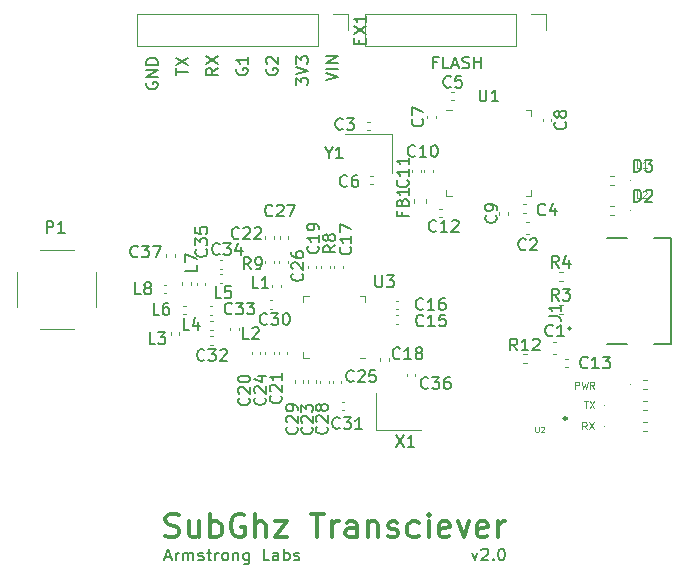
<source format=gbr>
%TF.GenerationSoftware,KiCad,Pcbnew,(6.0.6)*%
%TF.CreationDate,2024-06-26T22:32:41-07:00*%
%TF.ProjectId,rocketBeaconModule,726f636b-6574-4426-9561-636f6e4d6f64,rev?*%
%TF.SameCoordinates,Original*%
%TF.FileFunction,Legend,Top*%
%TF.FilePolarity,Positive*%
%FSLAX46Y46*%
G04 Gerber Fmt 4.6, Leading zero omitted, Abs format (unit mm)*
G04 Created by KiCad (PCBNEW (6.0.6)) date 2024-06-26 22:32:41*
%MOMM*%
%LPD*%
G01*
G04 APERTURE LIST*
%ADD10C,0.300000*%
%ADD11C,0.100000*%
%ADD12C,0.150000*%
%ADD13C,0.120000*%
%ADD14C,0.254000*%
%ADD15C,0.127000*%
%ADD16C,0.200000*%
G04 APERTURE END LIST*
D10*
X188279285Y-111934523D02*
X188565000Y-112029761D01*
X189041190Y-112029761D01*
X189231666Y-111934523D01*
X189326904Y-111839285D01*
X189422142Y-111648809D01*
X189422142Y-111458333D01*
X189326904Y-111267857D01*
X189231666Y-111172619D01*
X189041190Y-111077380D01*
X188660238Y-110982142D01*
X188469761Y-110886904D01*
X188374523Y-110791666D01*
X188279285Y-110601190D01*
X188279285Y-110410714D01*
X188374523Y-110220238D01*
X188469761Y-110125000D01*
X188660238Y-110029761D01*
X189136428Y-110029761D01*
X189422142Y-110125000D01*
X191136428Y-110696428D02*
X191136428Y-112029761D01*
X190279285Y-110696428D02*
X190279285Y-111744047D01*
X190374523Y-111934523D01*
X190565000Y-112029761D01*
X190850714Y-112029761D01*
X191041190Y-111934523D01*
X191136428Y-111839285D01*
X192088809Y-112029761D02*
X192088809Y-110029761D01*
X192088809Y-110791666D02*
X192279285Y-110696428D01*
X192660238Y-110696428D01*
X192850714Y-110791666D01*
X192945952Y-110886904D01*
X193041190Y-111077380D01*
X193041190Y-111648809D01*
X192945952Y-111839285D01*
X192850714Y-111934523D01*
X192660238Y-112029761D01*
X192279285Y-112029761D01*
X192088809Y-111934523D01*
X194945952Y-110125000D02*
X194755476Y-110029761D01*
X194469761Y-110029761D01*
X194184047Y-110125000D01*
X193993571Y-110315476D01*
X193898333Y-110505952D01*
X193803095Y-110886904D01*
X193803095Y-111172619D01*
X193898333Y-111553571D01*
X193993571Y-111744047D01*
X194184047Y-111934523D01*
X194469761Y-112029761D01*
X194660238Y-112029761D01*
X194945952Y-111934523D01*
X195041190Y-111839285D01*
X195041190Y-111172619D01*
X194660238Y-111172619D01*
X195898333Y-112029761D02*
X195898333Y-110029761D01*
X196755476Y-112029761D02*
X196755476Y-110982142D01*
X196660238Y-110791666D01*
X196469761Y-110696428D01*
X196184047Y-110696428D01*
X195993571Y-110791666D01*
X195898333Y-110886904D01*
X197517380Y-110696428D02*
X198565000Y-110696428D01*
X197517380Y-112029761D01*
X198565000Y-112029761D01*
X200565000Y-110029761D02*
X201707857Y-110029761D01*
X201136428Y-112029761D02*
X201136428Y-110029761D01*
X202374523Y-112029761D02*
X202374523Y-110696428D01*
X202374523Y-111077380D02*
X202469761Y-110886904D01*
X202565000Y-110791666D01*
X202755476Y-110696428D01*
X202945952Y-110696428D01*
X204469761Y-112029761D02*
X204469761Y-110982142D01*
X204374523Y-110791666D01*
X204184047Y-110696428D01*
X203803095Y-110696428D01*
X203612619Y-110791666D01*
X204469761Y-111934523D02*
X204279285Y-112029761D01*
X203803095Y-112029761D01*
X203612619Y-111934523D01*
X203517380Y-111744047D01*
X203517380Y-111553571D01*
X203612619Y-111363095D01*
X203803095Y-111267857D01*
X204279285Y-111267857D01*
X204469761Y-111172619D01*
X205422142Y-110696428D02*
X205422142Y-112029761D01*
X205422142Y-110886904D02*
X205517380Y-110791666D01*
X205707857Y-110696428D01*
X205993571Y-110696428D01*
X206184047Y-110791666D01*
X206279285Y-110982142D01*
X206279285Y-112029761D01*
X207136428Y-111934523D02*
X207326904Y-112029761D01*
X207707857Y-112029761D01*
X207898333Y-111934523D01*
X207993571Y-111744047D01*
X207993571Y-111648809D01*
X207898333Y-111458333D01*
X207707857Y-111363095D01*
X207422142Y-111363095D01*
X207231666Y-111267857D01*
X207136428Y-111077380D01*
X207136428Y-110982142D01*
X207231666Y-110791666D01*
X207422142Y-110696428D01*
X207707857Y-110696428D01*
X207898333Y-110791666D01*
X209707857Y-111934523D02*
X209517380Y-112029761D01*
X209136428Y-112029761D01*
X208945952Y-111934523D01*
X208850714Y-111839285D01*
X208755476Y-111648809D01*
X208755476Y-111077380D01*
X208850714Y-110886904D01*
X208945952Y-110791666D01*
X209136428Y-110696428D01*
X209517380Y-110696428D01*
X209707857Y-110791666D01*
X210565000Y-112029761D02*
X210565000Y-110696428D01*
X210565000Y-110029761D02*
X210469761Y-110125000D01*
X210565000Y-110220238D01*
X210660238Y-110125000D01*
X210565000Y-110029761D01*
X210565000Y-110220238D01*
X212279285Y-111934523D02*
X212088809Y-112029761D01*
X211707857Y-112029761D01*
X211517380Y-111934523D01*
X211422142Y-111744047D01*
X211422142Y-110982142D01*
X211517380Y-110791666D01*
X211707857Y-110696428D01*
X212088809Y-110696428D01*
X212279285Y-110791666D01*
X212374523Y-110982142D01*
X212374523Y-111172619D01*
X211422142Y-111363095D01*
X213041190Y-110696428D02*
X213517380Y-112029761D01*
X213993571Y-110696428D01*
X215517380Y-111934523D02*
X215326904Y-112029761D01*
X214945952Y-112029761D01*
X214755476Y-111934523D01*
X214660238Y-111744047D01*
X214660238Y-110982142D01*
X214755476Y-110791666D01*
X214945952Y-110696428D01*
X215326904Y-110696428D01*
X215517380Y-110791666D01*
X215612619Y-110982142D01*
X215612619Y-111172619D01*
X214660238Y-111363095D01*
X216469761Y-112029761D02*
X216469761Y-110696428D01*
X216469761Y-111077380D02*
X216565000Y-110886904D01*
X216660238Y-110791666D01*
X216850714Y-110696428D01*
X217041190Y-110696428D01*
D11*
X223697857Y-100509428D02*
X224040714Y-100509428D01*
X223869285Y-101109428D02*
X223869285Y-100509428D01*
X224183571Y-100509428D02*
X224583571Y-101109428D01*
X224583571Y-100509428D02*
X224183571Y-101109428D01*
D12*
X201890380Y-73358238D02*
X202890380Y-73024904D01*
X201890380Y-72691571D01*
X202890380Y-72358238D02*
X201890380Y-72358238D01*
X202890380Y-71882047D02*
X201890380Y-71882047D01*
X202890380Y-71310619D01*
X201890380Y-71310619D01*
D11*
X223928000Y-102887428D02*
X223728000Y-102601714D01*
X223585142Y-102887428D02*
X223585142Y-102287428D01*
X223813714Y-102287428D01*
X223870857Y-102316000D01*
X223899428Y-102344571D01*
X223928000Y-102401714D01*
X223928000Y-102487428D01*
X223899428Y-102544571D01*
X223870857Y-102573142D01*
X223813714Y-102601714D01*
X223585142Y-102601714D01*
X224128000Y-102287428D02*
X224528000Y-102887428D01*
X224528000Y-102287428D02*
X224128000Y-102887428D01*
D12*
X214217428Y-113323714D02*
X214455523Y-113990380D01*
X214693619Y-113323714D01*
X215026952Y-113085619D02*
X215074571Y-113038000D01*
X215169809Y-112990380D01*
X215407904Y-112990380D01*
X215503142Y-113038000D01*
X215550761Y-113085619D01*
X215598380Y-113180857D01*
X215598380Y-113276095D01*
X215550761Y-113418952D01*
X214979333Y-113990380D01*
X215598380Y-113990380D01*
X216026952Y-113895142D02*
X216074571Y-113942761D01*
X216026952Y-113990380D01*
X215979333Y-113942761D01*
X216026952Y-113895142D01*
X216026952Y-113990380D01*
X216693619Y-112990380D02*
X216788857Y-112990380D01*
X216884095Y-113038000D01*
X216931714Y-113085619D01*
X216979333Y-113180857D01*
X217026952Y-113371333D01*
X217026952Y-113609428D01*
X216979333Y-113799904D01*
X216931714Y-113895142D01*
X216884095Y-113942761D01*
X216788857Y-113990380D01*
X216693619Y-113990380D01*
X216598380Y-113942761D01*
X216550761Y-113895142D01*
X216503142Y-113799904D01*
X216455523Y-113609428D01*
X216455523Y-113371333D01*
X216503142Y-113180857D01*
X216550761Y-113085619D01*
X216598380Y-113038000D01*
X216693619Y-112990380D01*
X211283523Y-71810571D02*
X210950190Y-71810571D01*
X210950190Y-72334380D02*
X210950190Y-71334380D01*
X211426380Y-71334380D01*
X212283523Y-72334380D02*
X211807333Y-72334380D01*
X211807333Y-71334380D01*
X212569238Y-72048666D02*
X213045428Y-72048666D01*
X212474000Y-72334380D02*
X212807333Y-71334380D01*
X213140666Y-72334380D01*
X213426380Y-72286761D02*
X213569238Y-72334380D01*
X213807333Y-72334380D01*
X213902571Y-72286761D01*
X213950190Y-72239142D01*
X213997809Y-72143904D01*
X213997809Y-72048666D01*
X213950190Y-71953428D01*
X213902571Y-71905809D01*
X213807333Y-71858190D01*
X213616857Y-71810571D01*
X213521619Y-71762952D01*
X213474000Y-71715333D01*
X213426380Y-71620095D01*
X213426380Y-71524857D01*
X213474000Y-71429619D01*
X213521619Y-71382000D01*
X213616857Y-71334380D01*
X213854952Y-71334380D01*
X213997809Y-71382000D01*
X214426380Y-72334380D02*
X214426380Y-71334380D01*
X214426380Y-71810571D02*
X214997809Y-71810571D01*
X214997809Y-72334380D02*
X214997809Y-71334380D01*
X192725380Y-72302666D02*
X192249190Y-72636000D01*
X192725380Y-72874095D02*
X191725380Y-72874095D01*
X191725380Y-72493142D01*
X191773000Y-72397904D01*
X191820619Y-72350285D01*
X191915857Y-72302666D01*
X192058714Y-72302666D01*
X192153952Y-72350285D01*
X192201571Y-72397904D01*
X192249190Y-72493142D01*
X192249190Y-72874095D01*
X191725380Y-71969333D02*
X192725380Y-71302666D01*
X191725380Y-71302666D02*
X192725380Y-71969333D01*
D11*
X228500000Y-80789428D02*
X228214285Y-80789428D01*
X228214285Y-80189428D01*
X229014285Y-80789428D02*
X228671428Y-80789428D01*
X228842857Y-80789428D02*
X228842857Y-80189428D01*
X228785714Y-80275142D01*
X228728571Y-80332285D01*
X228671428Y-80360857D01*
D12*
X199345380Y-73755095D02*
X199345380Y-73136047D01*
X199726333Y-73469380D01*
X199726333Y-73326523D01*
X199773952Y-73231285D01*
X199821571Y-73183666D01*
X199916809Y-73136047D01*
X200154904Y-73136047D01*
X200250142Y-73183666D01*
X200297761Y-73231285D01*
X200345380Y-73326523D01*
X200345380Y-73612238D01*
X200297761Y-73707476D01*
X200250142Y-73755095D01*
X199345380Y-72850333D02*
X200345380Y-72517000D01*
X199345380Y-72183666D01*
X199345380Y-71945571D02*
X199345380Y-71326523D01*
X199726333Y-71659857D01*
X199726333Y-71517000D01*
X199773952Y-71421761D01*
X199821571Y-71374142D01*
X199916809Y-71326523D01*
X200154904Y-71326523D01*
X200250142Y-71374142D01*
X200297761Y-71421761D01*
X200345380Y-71517000D01*
X200345380Y-71802714D01*
X200297761Y-71897952D01*
X200250142Y-71945571D01*
X188262333Y-113704666D02*
X188738523Y-113704666D01*
X188167095Y-113990380D02*
X188500428Y-112990380D01*
X188833761Y-113990380D01*
X189167095Y-113990380D02*
X189167095Y-113323714D01*
X189167095Y-113514190D02*
X189214714Y-113418952D01*
X189262333Y-113371333D01*
X189357571Y-113323714D01*
X189452809Y-113323714D01*
X189786142Y-113990380D02*
X189786142Y-113323714D01*
X189786142Y-113418952D02*
X189833761Y-113371333D01*
X189929000Y-113323714D01*
X190071857Y-113323714D01*
X190167095Y-113371333D01*
X190214714Y-113466571D01*
X190214714Y-113990380D01*
X190214714Y-113466571D02*
X190262333Y-113371333D01*
X190357571Y-113323714D01*
X190500428Y-113323714D01*
X190595666Y-113371333D01*
X190643285Y-113466571D01*
X190643285Y-113990380D01*
X191071857Y-113942761D02*
X191167095Y-113990380D01*
X191357571Y-113990380D01*
X191452809Y-113942761D01*
X191500428Y-113847523D01*
X191500428Y-113799904D01*
X191452809Y-113704666D01*
X191357571Y-113657047D01*
X191214714Y-113657047D01*
X191119476Y-113609428D01*
X191071857Y-113514190D01*
X191071857Y-113466571D01*
X191119476Y-113371333D01*
X191214714Y-113323714D01*
X191357571Y-113323714D01*
X191452809Y-113371333D01*
X191786142Y-113323714D02*
X192167095Y-113323714D01*
X191929000Y-112990380D02*
X191929000Y-113847523D01*
X191976619Y-113942761D01*
X192071857Y-113990380D01*
X192167095Y-113990380D01*
X192500428Y-113990380D02*
X192500428Y-113323714D01*
X192500428Y-113514190D02*
X192548047Y-113418952D01*
X192595666Y-113371333D01*
X192690904Y-113323714D01*
X192786142Y-113323714D01*
X193262333Y-113990380D02*
X193167095Y-113942761D01*
X193119476Y-113895142D01*
X193071857Y-113799904D01*
X193071857Y-113514190D01*
X193119476Y-113418952D01*
X193167095Y-113371333D01*
X193262333Y-113323714D01*
X193405190Y-113323714D01*
X193500428Y-113371333D01*
X193548047Y-113418952D01*
X193595666Y-113514190D01*
X193595666Y-113799904D01*
X193548047Y-113895142D01*
X193500428Y-113942761D01*
X193405190Y-113990380D01*
X193262333Y-113990380D01*
X194024238Y-113323714D02*
X194024238Y-113990380D01*
X194024238Y-113418952D02*
X194071857Y-113371333D01*
X194167095Y-113323714D01*
X194309952Y-113323714D01*
X194405190Y-113371333D01*
X194452809Y-113466571D01*
X194452809Y-113990380D01*
X195357571Y-113323714D02*
X195357571Y-114133238D01*
X195309952Y-114228476D01*
X195262333Y-114276095D01*
X195167095Y-114323714D01*
X195024238Y-114323714D01*
X194929000Y-114276095D01*
X195357571Y-113942761D02*
X195262333Y-113990380D01*
X195071857Y-113990380D01*
X194976619Y-113942761D01*
X194929000Y-113895142D01*
X194881380Y-113799904D01*
X194881380Y-113514190D01*
X194929000Y-113418952D01*
X194976619Y-113371333D01*
X195071857Y-113323714D01*
X195262333Y-113323714D01*
X195357571Y-113371333D01*
X197071857Y-113990380D02*
X196595666Y-113990380D01*
X196595666Y-112990380D01*
X197833761Y-113990380D02*
X197833761Y-113466571D01*
X197786142Y-113371333D01*
X197690904Y-113323714D01*
X197500428Y-113323714D01*
X197405190Y-113371333D01*
X197833761Y-113942761D02*
X197738523Y-113990380D01*
X197500428Y-113990380D01*
X197405190Y-113942761D01*
X197357571Y-113847523D01*
X197357571Y-113752285D01*
X197405190Y-113657047D01*
X197500428Y-113609428D01*
X197738523Y-113609428D01*
X197833761Y-113561809D01*
X198309952Y-113990380D02*
X198309952Y-112990380D01*
X198309952Y-113371333D02*
X198405190Y-113323714D01*
X198595666Y-113323714D01*
X198690904Y-113371333D01*
X198738523Y-113418952D01*
X198786142Y-113514190D01*
X198786142Y-113799904D01*
X198738523Y-113895142D01*
X198690904Y-113942761D01*
X198595666Y-113990380D01*
X198405190Y-113990380D01*
X198309952Y-113942761D01*
X199167095Y-113942761D02*
X199262333Y-113990380D01*
X199452809Y-113990380D01*
X199548047Y-113942761D01*
X199595666Y-113847523D01*
X199595666Y-113799904D01*
X199548047Y-113704666D01*
X199452809Y-113657047D01*
X199309952Y-113657047D01*
X199214714Y-113609428D01*
X199167095Y-113514190D01*
X199167095Y-113466571D01*
X199214714Y-113371333D01*
X199309952Y-113323714D01*
X199452809Y-113323714D01*
X199548047Y-113371333D01*
D11*
X222974000Y-99458428D02*
X222974000Y-98858428D01*
X223202571Y-98858428D01*
X223259714Y-98887000D01*
X223288285Y-98915571D01*
X223316857Y-98972714D01*
X223316857Y-99058428D01*
X223288285Y-99115571D01*
X223259714Y-99144142D01*
X223202571Y-99172714D01*
X222974000Y-99172714D01*
X223516857Y-98858428D02*
X223659714Y-99458428D01*
X223774000Y-99029857D01*
X223888285Y-99458428D01*
X224031142Y-98858428D01*
X224602571Y-99458428D02*
X224402571Y-99172714D01*
X224259714Y-99458428D02*
X224259714Y-98858428D01*
X224488285Y-98858428D01*
X224545428Y-98887000D01*
X224574000Y-98915571D01*
X224602571Y-98972714D01*
X224602571Y-99058428D01*
X224574000Y-99115571D01*
X224545428Y-99144142D01*
X224488285Y-99172714D01*
X224259714Y-99172714D01*
D12*
X189185380Y-72897904D02*
X189185380Y-72326476D01*
X190185380Y-72612190D02*
X189185380Y-72612190D01*
X189185380Y-72088380D02*
X190185380Y-71421714D01*
X189185380Y-71421714D02*
X190185380Y-72088380D01*
X186693000Y-73532904D02*
X186645380Y-73628142D01*
X186645380Y-73771000D01*
X186693000Y-73913857D01*
X186788238Y-74009095D01*
X186883476Y-74056714D01*
X187073952Y-74104333D01*
X187216809Y-74104333D01*
X187407285Y-74056714D01*
X187502523Y-74009095D01*
X187597761Y-73913857D01*
X187645380Y-73771000D01*
X187645380Y-73675761D01*
X187597761Y-73532904D01*
X187550142Y-73485285D01*
X187216809Y-73485285D01*
X187216809Y-73675761D01*
X187645380Y-73056714D02*
X186645380Y-73056714D01*
X187645380Y-72485285D01*
X186645380Y-72485285D01*
X187645380Y-72009095D02*
X186645380Y-72009095D01*
X186645380Y-71771000D01*
X186693000Y-71628142D01*
X186788238Y-71532904D01*
X186883476Y-71485285D01*
X187073952Y-71437666D01*
X187216809Y-71437666D01*
X187407285Y-71485285D01*
X187502523Y-71532904D01*
X187597761Y-71628142D01*
X187645380Y-71771000D01*
X187645380Y-72009095D01*
D11*
X228500000Y-83329428D02*
X228214285Y-83329428D01*
X228214285Y-82729428D01*
X228671428Y-82786571D02*
X228700000Y-82758000D01*
X228757142Y-82729428D01*
X228900000Y-82729428D01*
X228957142Y-82758000D01*
X228985714Y-82786571D01*
X229014285Y-82843714D01*
X229014285Y-82900857D01*
X228985714Y-82986571D01*
X228642857Y-83329428D01*
X229014285Y-83329428D01*
D12*
X196853000Y-72350285D02*
X196805380Y-72445523D01*
X196805380Y-72588380D01*
X196853000Y-72731238D01*
X196948238Y-72826476D01*
X197043476Y-72874095D01*
X197233952Y-72921714D01*
X197376809Y-72921714D01*
X197567285Y-72874095D01*
X197662523Y-72826476D01*
X197757761Y-72731238D01*
X197805380Y-72588380D01*
X197805380Y-72493142D01*
X197757761Y-72350285D01*
X197710142Y-72302666D01*
X197376809Y-72302666D01*
X197376809Y-72493142D01*
X196900619Y-71921714D02*
X196853000Y-71874095D01*
X196805380Y-71778857D01*
X196805380Y-71540761D01*
X196853000Y-71445523D01*
X196900619Y-71397904D01*
X196995857Y-71350285D01*
X197091095Y-71350285D01*
X197233952Y-71397904D01*
X197805380Y-71969333D01*
X197805380Y-71350285D01*
X194313000Y-72350285D02*
X194265380Y-72445523D01*
X194265380Y-72588380D01*
X194313000Y-72731238D01*
X194408238Y-72826476D01*
X194503476Y-72874095D01*
X194693952Y-72921714D01*
X194836809Y-72921714D01*
X195027285Y-72874095D01*
X195122523Y-72826476D01*
X195217761Y-72731238D01*
X195265380Y-72588380D01*
X195265380Y-72493142D01*
X195217761Y-72350285D01*
X195170142Y-72302666D01*
X194836809Y-72302666D01*
X194836809Y-72493142D01*
X195265380Y-71350285D02*
X195265380Y-71921714D01*
X195265380Y-71636000D02*
X194265380Y-71636000D01*
X194408238Y-71731238D01*
X194503476Y-71826476D01*
X194551095Y-71921714D01*
%TO.C,C18*%
X208129142Y-96866142D02*
X208081523Y-96913761D01*
X207938666Y-96961380D01*
X207843428Y-96961380D01*
X207700571Y-96913761D01*
X207605333Y-96818523D01*
X207557714Y-96723285D01*
X207510095Y-96532809D01*
X207510095Y-96389952D01*
X207557714Y-96199476D01*
X207605333Y-96104238D01*
X207700571Y-96009000D01*
X207843428Y-95961380D01*
X207938666Y-95961380D01*
X208081523Y-96009000D01*
X208129142Y-96056619D01*
X209081523Y-96961380D02*
X208510095Y-96961380D01*
X208795809Y-96961380D02*
X208795809Y-95961380D01*
X208700571Y-96104238D01*
X208605333Y-96199476D01*
X208510095Y-96247095D01*
X209652952Y-96389952D02*
X209557714Y-96342333D01*
X209510095Y-96294714D01*
X209462476Y-96199476D01*
X209462476Y-96151857D01*
X209510095Y-96056619D01*
X209557714Y-96009000D01*
X209652952Y-95961380D01*
X209843428Y-95961380D01*
X209938666Y-96009000D01*
X209986285Y-96056619D01*
X210033904Y-96151857D01*
X210033904Y-96199476D01*
X209986285Y-96294714D01*
X209938666Y-96342333D01*
X209843428Y-96389952D01*
X209652952Y-96389952D01*
X209557714Y-96437571D01*
X209510095Y-96485190D01*
X209462476Y-96580428D01*
X209462476Y-96770904D01*
X209510095Y-96866142D01*
X209557714Y-96913761D01*
X209652952Y-96961380D01*
X209843428Y-96961380D01*
X209938666Y-96913761D01*
X209986285Y-96866142D01*
X210033904Y-96770904D01*
X210033904Y-96580428D01*
X209986285Y-96485190D01*
X209938666Y-96437571D01*
X209843428Y-96389952D01*
%TO.C,P1*%
X178208654Y-86255380D02*
X178208654Y-85255380D01*
X178589607Y-85255380D01*
X178684845Y-85303000D01*
X178732464Y-85350619D01*
X178780083Y-85445857D01*
X178780083Y-85588714D01*
X178732464Y-85683952D01*
X178684845Y-85731571D01*
X178589607Y-85779190D01*
X178208654Y-85779190D01*
X179732464Y-86255380D02*
X179161035Y-86255380D01*
X179446750Y-86255380D02*
X179446750Y-85255380D01*
X179351511Y-85398238D01*
X179256273Y-85493476D01*
X179161035Y-85541095D01*
D13*
%TO.C,U2*%
X219598285Y-102657942D02*
X219598285Y-103046514D01*
X219621142Y-103092228D01*
X219644000Y-103115085D01*
X219689714Y-103137942D01*
X219781142Y-103137942D01*
X219826857Y-103115085D01*
X219849714Y-103092228D01*
X219872571Y-103046514D01*
X219872571Y-102657942D01*
X220078285Y-102703657D02*
X220101142Y-102680800D01*
X220146857Y-102657942D01*
X220261142Y-102657942D01*
X220306857Y-102680800D01*
X220329714Y-102703657D01*
X220352571Y-102749371D01*
X220352571Y-102795085D01*
X220329714Y-102863657D01*
X220055428Y-103137942D01*
X220352571Y-103137942D01*
D12*
%TO.C,C26*%
X199854142Y-89701857D02*
X199901761Y-89749476D01*
X199949380Y-89892333D01*
X199949380Y-89987571D01*
X199901761Y-90130428D01*
X199806523Y-90225666D01*
X199711285Y-90273285D01*
X199520809Y-90320904D01*
X199377952Y-90320904D01*
X199187476Y-90273285D01*
X199092238Y-90225666D01*
X198997000Y-90130428D01*
X198949380Y-89987571D01*
X198949380Y-89892333D01*
X198997000Y-89749476D01*
X199044619Y-89701857D01*
X199044619Y-89320904D02*
X198997000Y-89273285D01*
X198949380Y-89178047D01*
X198949380Y-88939952D01*
X198997000Y-88844714D01*
X199044619Y-88797095D01*
X199139857Y-88749476D01*
X199235095Y-88749476D01*
X199377952Y-88797095D01*
X199949380Y-89368523D01*
X199949380Y-88749476D01*
X198949380Y-87892333D02*
X198949380Y-88082809D01*
X198997000Y-88178047D01*
X199044619Y-88225666D01*
X199187476Y-88320904D01*
X199377952Y-88368523D01*
X199758904Y-88368523D01*
X199854142Y-88320904D01*
X199901761Y-88273285D01*
X199949380Y-88178047D01*
X199949380Y-87987571D01*
X199901761Y-87892333D01*
X199854142Y-87844714D01*
X199758904Y-87797095D01*
X199520809Y-87797095D01*
X199425571Y-87844714D01*
X199377952Y-87892333D01*
X199330333Y-87987571D01*
X199330333Y-88178047D01*
X199377952Y-88273285D01*
X199425571Y-88320904D01*
X199520809Y-88368523D01*
%TO.C,U1*%
X214884095Y-74134380D02*
X214884095Y-74943904D01*
X214931714Y-75039142D01*
X214979333Y-75086761D01*
X215074571Y-75134380D01*
X215265047Y-75134380D01*
X215360285Y-75086761D01*
X215407904Y-75039142D01*
X215455523Y-74943904D01*
X215455523Y-74134380D01*
X216455523Y-75134380D02*
X215884095Y-75134380D01*
X216169809Y-75134380D02*
X216169809Y-74134380D01*
X216074571Y-74277238D01*
X215979333Y-74372476D01*
X215884095Y-74420095D01*
%TO.C,C29*%
X199394892Y-102682857D02*
X199442511Y-102730476D01*
X199490130Y-102873333D01*
X199490130Y-102968571D01*
X199442511Y-103111428D01*
X199347273Y-103206666D01*
X199252035Y-103254285D01*
X199061559Y-103301904D01*
X198918702Y-103301904D01*
X198728226Y-103254285D01*
X198632988Y-103206666D01*
X198537750Y-103111428D01*
X198490130Y-102968571D01*
X198490130Y-102873333D01*
X198537750Y-102730476D01*
X198585369Y-102682857D01*
X198585369Y-102301904D02*
X198537750Y-102254285D01*
X198490130Y-102159047D01*
X198490130Y-101920952D01*
X198537750Y-101825714D01*
X198585369Y-101778095D01*
X198680607Y-101730476D01*
X198775845Y-101730476D01*
X198918702Y-101778095D01*
X199490130Y-102349523D01*
X199490130Y-101730476D01*
X199490130Y-101254285D02*
X199490130Y-101063809D01*
X199442511Y-100968571D01*
X199394892Y-100920952D01*
X199252035Y-100825714D01*
X199061559Y-100778095D01*
X198680607Y-100778095D01*
X198585369Y-100825714D01*
X198537750Y-100873333D01*
X198490130Y-100968571D01*
X198490130Y-101159047D01*
X198537750Y-101254285D01*
X198585369Y-101301904D01*
X198680607Y-101349523D01*
X198918702Y-101349523D01*
X199013940Y-101301904D01*
X199061559Y-101254285D01*
X199109178Y-101159047D01*
X199109178Y-100968571D01*
X199061559Y-100873333D01*
X199013940Y-100825714D01*
X198918702Y-100778095D01*
%TO.C,C32*%
X191579142Y-97016142D02*
X191531523Y-97063761D01*
X191388666Y-97111380D01*
X191293428Y-97111380D01*
X191150571Y-97063761D01*
X191055333Y-96968523D01*
X191007714Y-96873285D01*
X190960095Y-96682809D01*
X190960095Y-96539952D01*
X191007714Y-96349476D01*
X191055333Y-96254238D01*
X191150571Y-96159000D01*
X191293428Y-96111380D01*
X191388666Y-96111380D01*
X191531523Y-96159000D01*
X191579142Y-96206619D01*
X191912476Y-96111380D02*
X192531523Y-96111380D01*
X192198190Y-96492333D01*
X192341047Y-96492333D01*
X192436285Y-96539952D01*
X192483904Y-96587571D01*
X192531523Y-96682809D01*
X192531523Y-96920904D01*
X192483904Y-97016142D01*
X192436285Y-97063761D01*
X192341047Y-97111380D01*
X192055333Y-97111380D01*
X191960095Y-97063761D01*
X191912476Y-97016142D01*
X192912476Y-96206619D02*
X192960095Y-96159000D01*
X193055333Y-96111380D01*
X193293428Y-96111380D01*
X193388666Y-96159000D01*
X193436285Y-96206619D01*
X193483904Y-96301857D01*
X193483904Y-96397095D01*
X193436285Y-96539952D01*
X192864857Y-97111380D01*
X193483904Y-97111380D01*
%TO.C,C22*%
X194504142Y-86691142D02*
X194456523Y-86738761D01*
X194313666Y-86786380D01*
X194218428Y-86786380D01*
X194075571Y-86738761D01*
X193980333Y-86643523D01*
X193932714Y-86548285D01*
X193885095Y-86357809D01*
X193885095Y-86214952D01*
X193932714Y-86024476D01*
X193980333Y-85929238D01*
X194075571Y-85834000D01*
X194218428Y-85786380D01*
X194313666Y-85786380D01*
X194456523Y-85834000D01*
X194504142Y-85881619D01*
X194885095Y-85881619D02*
X194932714Y-85834000D01*
X195027952Y-85786380D01*
X195266047Y-85786380D01*
X195361285Y-85834000D01*
X195408904Y-85881619D01*
X195456523Y-85976857D01*
X195456523Y-86072095D01*
X195408904Y-86214952D01*
X194837476Y-86786380D01*
X195456523Y-86786380D01*
X195837476Y-85881619D02*
X195885095Y-85834000D01*
X195980333Y-85786380D01*
X196218428Y-85786380D01*
X196313666Y-85834000D01*
X196361285Y-85881619D01*
X196408904Y-85976857D01*
X196408904Y-86072095D01*
X196361285Y-86214952D01*
X195789857Y-86786380D01*
X196408904Y-86786380D01*
%TO.C,C6*%
X203668333Y-82272142D02*
X203620714Y-82319761D01*
X203477857Y-82367380D01*
X203382619Y-82367380D01*
X203239761Y-82319761D01*
X203144523Y-82224523D01*
X203096904Y-82129285D01*
X203049285Y-81938809D01*
X203049285Y-81795952D01*
X203096904Y-81605476D01*
X203144523Y-81510238D01*
X203239761Y-81415000D01*
X203382619Y-81367380D01*
X203477857Y-81367380D01*
X203620714Y-81415000D01*
X203668333Y-81462619D01*
X204525476Y-81367380D02*
X204335000Y-81367380D01*
X204239761Y-81415000D01*
X204192142Y-81462619D01*
X204096904Y-81605476D01*
X204049285Y-81795952D01*
X204049285Y-82176904D01*
X204096904Y-82272142D01*
X204144523Y-82319761D01*
X204239761Y-82367380D01*
X204430238Y-82367380D01*
X204525476Y-82319761D01*
X204573095Y-82272142D01*
X204620714Y-82176904D01*
X204620714Y-81938809D01*
X204573095Y-81843571D01*
X204525476Y-81795952D01*
X204430238Y-81748333D01*
X204239761Y-81748333D01*
X204144523Y-81795952D01*
X204096904Y-81843571D01*
X204049285Y-81938809D01*
%TO.C,D2*%
X227988904Y-83610380D02*
X227988904Y-82610380D01*
X228227000Y-82610380D01*
X228369857Y-82658000D01*
X228465095Y-82753238D01*
X228512714Y-82848476D01*
X228560333Y-83038952D01*
X228560333Y-83181809D01*
X228512714Y-83372285D01*
X228465095Y-83467523D01*
X228369857Y-83562761D01*
X228227000Y-83610380D01*
X227988904Y-83610380D01*
X228941285Y-82705619D02*
X228988904Y-82658000D01*
X229084142Y-82610380D01*
X229322238Y-82610380D01*
X229417476Y-82658000D01*
X229465095Y-82705619D01*
X229512714Y-82800857D01*
X229512714Y-82896095D01*
X229465095Y-83038952D01*
X228893666Y-83610380D01*
X229512714Y-83610380D01*
%TO.C,C21*%
X198019892Y-100057857D02*
X198067511Y-100105476D01*
X198115130Y-100248333D01*
X198115130Y-100343571D01*
X198067511Y-100486428D01*
X197972273Y-100581666D01*
X197877035Y-100629285D01*
X197686559Y-100676904D01*
X197543702Y-100676904D01*
X197353226Y-100629285D01*
X197257988Y-100581666D01*
X197162750Y-100486428D01*
X197115130Y-100343571D01*
X197115130Y-100248333D01*
X197162750Y-100105476D01*
X197210369Y-100057857D01*
X197210369Y-99676904D02*
X197162750Y-99629285D01*
X197115130Y-99534047D01*
X197115130Y-99295952D01*
X197162750Y-99200714D01*
X197210369Y-99153095D01*
X197305607Y-99105476D01*
X197400845Y-99105476D01*
X197543702Y-99153095D01*
X198115130Y-99724523D01*
X198115130Y-99105476D01*
X198115130Y-98153095D02*
X198115130Y-98724523D01*
X198115130Y-98438809D02*
X197115130Y-98438809D01*
X197257988Y-98534047D01*
X197353226Y-98629285D01*
X197400845Y-98724523D01*
%TO.C,C9*%
X216257142Y-84776666D02*
X216304761Y-84824285D01*
X216352380Y-84967142D01*
X216352380Y-85062380D01*
X216304761Y-85205238D01*
X216209523Y-85300476D01*
X216114285Y-85348095D01*
X215923809Y-85395714D01*
X215780952Y-85395714D01*
X215590476Y-85348095D01*
X215495238Y-85300476D01*
X215400000Y-85205238D01*
X215352380Y-85062380D01*
X215352380Y-84967142D01*
X215400000Y-84824285D01*
X215447619Y-84776666D01*
X216352380Y-84300476D02*
X216352380Y-84110000D01*
X216304761Y-84014761D01*
X216257142Y-83967142D01*
X216114285Y-83871904D01*
X215923809Y-83824285D01*
X215542857Y-83824285D01*
X215447619Y-83871904D01*
X215400000Y-83919523D01*
X215352380Y-84014761D01*
X215352380Y-84205238D01*
X215400000Y-84300476D01*
X215447619Y-84348095D01*
X215542857Y-84395714D01*
X215780952Y-84395714D01*
X215876190Y-84348095D01*
X215923809Y-84300476D01*
X215971428Y-84205238D01*
X215971428Y-84014761D01*
X215923809Y-83919523D01*
X215876190Y-83871904D01*
X215780952Y-83824285D01*
%TO.C,L5*%
X193005333Y-91786380D02*
X192529142Y-91786380D01*
X192529142Y-90786380D01*
X193814857Y-90786380D02*
X193338666Y-90786380D01*
X193291047Y-91262571D01*
X193338666Y-91214952D01*
X193433904Y-91167333D01*
X193672000Y-91167333D01*
X193767238Y-91214952D01*
X193814857Y-91262571D01*
X193862476Y-91357809D01*
X193862476Y-91595904D01*
X193814857Y-91691142D01*
X193767238Y-91738761D01*
X193672000Y-91786380D01*
X193433904Y-91786380D01*
X193338666Y-91738761D01*
X193291047Y-91691142D01*
%TO.C,C19*%
X201179142Y-87376857D02*
X201226761Y-87424476D01*
X201274380Y-87567333D01*
X201274380Y-87662571D01*
X201226761Y-87805428D01*
X201131523Y-87900666D01*
X201036285Y-87948285D01*
X200845809Y-87995904D01*
X200702952Y-87995904D01*
X200512476Y-87948285D01*
X200417238Y-87900666D01*
X200322000Y-87805428D01*
X200274380Y-87662571D01*
X200274380Y-87567333D01*
X200322000Y-87424476D01*
X200369619Y-87376857D01*
X201274380Y-86424476D02*
X201274380Y-86995904D01*
X201274380Y-86710190D02*
X200274380Y-86710190D01*
X200417238Y-86805428D01*
X200512476Y-86900666D01*
X200560095Y-86995904D01*
X201274380Y-85948285D02*
X201274380Y-85757809D01*
X201226761Y-85662571D01*
X201179142Y-85614952D01*
X201036285Y-85519714D01*
X200845809Y-85472095D01*
X200464857Y-85472095D01*
X200369619Y-85519714D01*
X200322000Y-85567333D01*
X200274380Y-85662571D01*
X200274380Y-85853047D01*
X200322000Y-85948285D01*
X200369619Y-85995904D01*
X200464857Y-86043523D01*
X200702952Y-86043523D01*
X200798190Y-85995904D01*
X200845809Y-85948285D01*
X200893428Y-85853047D01*
X200893428Y-85662571D01*
X200845809Y-85567333D01*
X200798190Y-85519714D01*
X200702952Y-85472095D01*
%TO.C,R12*%
X218051142Y-96210380D02*
X217717809Y-95734190D01*
X217479714Y-96210380D02*
X217479714Y-95210380D01*
X217860666Y-95210380D01*
X217955904Y-95258000D01*
X218003523Y-95305619D01*
X218051142Y-95400857D01*
X218051142Y-95543714D01*
X218003523Y-95638952D01*
X217955904Y-95686571D01*
X217860666Y-95734190D01*
X217479714Y-95734190D01*
X219003523Y-96210380D02*
X218432095Y-96210380D01*
X218717809Y-96210380D02*
X218717809Y-95210380D01*
X218622571Y-95353238D01*
X218527333Y-95448476D01*
X218432095Y-95496095D01*
X219384476Y-95305619D02*
X219432095Y-95258000D01*
X219527333Y-95210380D01*
X219765428Y-95210380D01*
X219860666Y-95258000D01*
X219908285Y-95305619D01*
X219955904Y-95400857D01*
X219955904Y-95496095D01*
X219908285Y-95638952D01*
X219336857Y-96210380D01*
X219955904Y-96210380D01*
%TO.C,C23*%
X200669892Y-102707857D02*
X200717511Y-102755476D01*
X200765130Y-102898333D01*
X200765130Y-102993571D01*
X200717511Y-103136428D01*
X200622273Y-103231666D01*
X200527035Y-103279285D01*
X200336559Y-103326904D01*
X200193702Y-103326904D01*
X200003226Y-103279285D01*
X199907988Y-103231666D01*
X199812750Y-103136428D01*
X199765130Y-102993571D01*
X199765130Y-102898333D01*
X199812750Y-102755476D01*
X199860369Y-102707857D01*
X199860369Y-102326904D02*
X199812750Y-102279285D01*
X199765130Y-102184047D01*
X199765130Y-101945952D01*
X199812750Y-101850714D01*
X199860369Y-101803095D01*
X199955607Y-101755476D01*
X200050845Y-101755476D01*
X200193702Y-101803095D01*
X200765130Y-102374523D01*
X200765130Y-101755476D01*
X199765130Y-101422142D02*
X199765130Y-100803095D01*
X200146083Y-101136428D01*
X200146083Y-100993571D01*
X200193702Y-100898333D01*
X200241321Y-100850714D01*
X200336559Y-100803095D01*
X200574654Y-100803095D01*
X200669892Y-100850714D01*
X200717511Y-100898333D01*
X200765130Y-100993571D01*
X200765130Y-101279285D01*
X200717511Y-101374523D01*
X200669892Y-101422142D01*
%TO.C,C7*%
X210017142Y-76620666D02*
X210064761Y-76668285D01*
X210112380Y-76811142D01*
X210112380Y-76906380D01*
X210064761Y-77049238D01*
X209969523Y-77144476D01*
X209874285Y-77192095D01*
X209683809Y-77239714D01*
X209540952Y-77239714D01*
X209350476Y-77192095D01*
X209255238Y-77144476D01*
X209160000Y-77049238D01*
X209112380Y-76906380D01*
X209112380Y-76811142D01*
X209160000Y-76668285D01*
X209207619Y-76620666D01*
X209112380Y-76287333D02*
X209112380Y-75620666D01*
X210112380Y-76049238D01*
%TO.C,L7*%
X190915130Y-88981666D02*
X190915130Y-89457857D01*
X189915130Y-89457857D01*
X189915130Y-88743571D02*
X189915130Y-88076904D01*
X190915130Y-88505476D01*
%TO.C,C8*%
X222116142Y-76874666D02*
X222163761Y-76922285D01*
X222211380Y-77065142D01*
X222211380Y-77160380D01*
X222163761Y-77303238D01*
X222068523Y-77398476D01*
X221973285Y-77446095D01*
X221782809Y-77493714D01*
X221639952Y-77493714D01*
X221449476Y-77446095D01*
X221354238Y-77398476D01*
X221259000Y-77303238D01*
X221211380Y-77160380D01*
X221211380Y-77065142D01*
X221259000Y-76922285D01*
X221306619Y-76874666D01*
X221639952Y-76303238D02*
X221592333Y-76398476D01*
X221544714Y-76446095D01*
X221449476Y-76493714D01*
X221401857Y-76493714D01*
X221306619Y-76446095D01*
X221259000Y-76398476D01*
X221211380Y-76303238D01*
X221211380Y-76112761D01*
X221259000Y-76017523D01*
X221306619Y-75969904D01*
X221401857Y-75922285D01*
X221449476Y-75922285D01*
X221544714Y-75969904D01*
X221592333Y-76017523D01*
X221639952Y-76112761D01*
X221639952Y-76303238D01*
X221687571Y-76398476D01*
X221735190Y-76446095D01*
X221830428Y-76493714D01*
X222020904Y-76493714D01*
X222116142Y-76446095D01*
X222163761Y-76398476D01*
X222211380Y-76303238D01*
X222211380Y-76112761D01*
X222163761Y-76017523D01*
X222116142Y-75969904D01*
X222020904Y-75922285D01*
X221830428Y-75922285D01*
X221735190Y-75969904D01*
X221687571Y-76017523D01*
X221639952Y-76112761D01*
%TO.C,C15*%
X210119892Y-94091142D02*
X210072273Y-94138761D01*
X209929416Y-94186380D01*
X209834178Y-94186380D01*
X209691321Y-94138761D01*
X209596083Y-94043523D01*
X209548464Y-93948285D01*
X209500845Y-93757809D01*
X209500845Y-93614952D01*
X209548464Y-93424476D01*
X209596083Y-93329238D01*
X209691321Y-93234000D01*
X209834178Y-93186380D01*
X209929416Y-93186380D01*
X210072273Y-93234000D01*
X210119892Y-93281619D01*
X211072273Y-94186380D02*
X210500845Y-94186380D01*
X210786559Y-94186380D02*
X210786559Y-93186380D01*
X210691321Y-93329238D01*
X210596083Y-93424476D01*
X210500845Y-93472095D01*
X211977035Y-93186380D02*
X211500845Y-93186380D01*
X211453226Y-93662571D01*
X211500845Y-93614952D01*
X211596083Y-93567333D01*
X211834178Y-93567333D01*
X211929416Y-93614952D01*
X211977035Y-93662571D01*
X212024654Y-93757809D01*
X212024654Y-93995904D01*
X211977035Y-94091142D01*
X211929416Y-94138761D01*
X211834178Y-94186380D01*
X211596083Y-94186380D01*
X211500845Y-94138761D01*
X211453226Y-94091142D01*
%TO.C,FB1*%
X208335571Y-84526333D02*
X208335571Y-84859666D01*
X208859380Y-84859666D02*
X207859380Y-84859666D01*
X207859380Y-84383476D01*
X208335571Y-83669190D02*
X208383190Y-83526333D01*
X208430809Y-83478714D01*
X208526047Y-83431095D01*
X208668904Y-83431095D01*
X208764142Y-83478714D01*
X208811761Y-83526333D01*
X208859380Y-83621571D01*
X208859380Y-84002523D01*
X207859380Y-84002523D01*
X207859380Y-83669190D01*
X207907000Y-83573952D01*
X207954619Y-83526333D01*
X208049857Y-83478714D01*
X208145095Y-83478714D01*
X208240333Y-83526333D01*
X208287952Y-83573952D01*
X208335571Y-83669190D01*
X208335571Y-84002523D01*
X208859380Y-82478714D02*
X208859380Y-83050142D01*
X208859380Y-82764428D02*
X207859380Y-82764428D01*
X208002238Y-82859666D01*
X208097476Y-82954904D01*
X208145095Y-83050142D01*
%TO.C,C5*%
X212431333Y-73873142D02*
X212383714Y-73920761D01*
X212240857Y-73968380D01*
X212145619Y-73968380D01*
X212002761Y-73920761D01*
X211907523Y-73825523D01*
X211859904Y-73730285D01*
X211812285Y-73539809D01*
X211812285Y-73396952D01*
X211859904Y-73206476D01*
X211907523Y-73111238D01*
X212002761Y-73016000D01*
X212145619Y-72968380D01*
X212240857Y-72968380D01*
X212383714Y-73016000D01*
X212431333Y-73063619D01*
X213336095Y-72968380D02*
X212859904Y-72968380D01*
X212812285Y-73444571D01*
X212859904Y-73396952D01*
X212955142Y-73349333D01*
X213193238Y-73349333D01*
X213288476Y-73396952D01*
X213336095Y-73444571D01*
X213383714Y-73539809D01*
X213383714Y-73777904D01*
X213336095Y-73873142D01*
X213288476Y-73920761D01*
X213193238Y-73968380D01*
X212955142Y-73968380D01*
X212859904Y-73920761D01*
X212812285Y-73873142D01*
%TO.C,C24*%
X196694892Y-100207857D02*
X196742511Y-100255476D01*
X196790130Y-100398333D01*
X196790130Y-100493571D01*
X196742511Y-100636428D01*
X196647273Y-100731666D01*
X196552035Y-100779285D01*
X196361559Y-100826904D01*
X196218702Y-100826904D01*
X196028226Y-100779285D01*
X195932988Y-100731666D01*
X195837750Y-100636428D01*
X195790130Y-100493571D01*
X195790130Y-100398333D01*
X195837750Y-100255476D01*
X195885369Y-100207857D01*
X195885369Y-99826904D02*
X195837750Y-99779285D01*
X195790130Y-99684047D01*
X195790130Y-99445952D01*
X195837750Y-99350714D01*
X195885369Y-99303095D01*
X195980607Y-99255476D01*
X196075845Y-99255476D01*
X196218702Y-99303095D01*
X196790130Y-99874523D01*
X196790130Y-99255476D01*
X196123464Y-98398333D02*
X196790130Y-98398333D01*
X195742511Y-98636428D02*
X196456797Y-98874523D01*
X196456797Y-98255476D01*
%TO.C,L2*%
X195330333Y-95261380D02*
X194854142Y-95261380D01*
X194854142Y-94261380D01*
X195616047Y-94356619D02*
X195663666Y-94309000D01*
X195758904Y-94261380D01*
X195997000Y-94261380D01*
X196092238Y-94309000D01*
X196139857Y-94356619D01*
X196187476Y-94451857D01*
X196187476Y-94547095D01*
X196139857Y-94689952D01*
X195568428Y-95261380D01*
X196187476Y-95261380D01*
%TO.C,U3*%
X206060095Y-89861380D02*
X206060095Y-90670904D01*
X206107714Y-90766142D01*
X206155333Y-90813761D01*
X206250571Y-90861380D01*
X206441047Y-90861380D01*
X206536285Y-90813761D01*
X206583904Y-90766142D01*
X206631523Y-90670904D01*
X206631523Y-89861380D01*
X207012476Y-89861380D02*
X207631523Y-89861380D01*
X207298190Y-90242333D01*
X207441047Y-90242333D01*
X207536285Y-90289952D01*
X207583904Y-90337571D01*
X207631523Y-90432809D01*
X207631523Y-90670904D01*
X207583904Y-90766142D01*
X207536285Y-90813761D01*
X207441047Y-90861380D01*
X207155333Y-90861380D01*
X207060095Y-90813761D01*
X207012476Y-90766142D01*
%TO.C,D3*%
X227988904Y-81070380D02*
X227988904Y-80070380D01*
X228227000Y-80070380D01*
X228369857Y-80118000D01*
X228465095Y-80213238D01*
X228512714Y-80308476D01*
X228560333Y-80498952D01*
X228560333Y-80641809D01*
X228512714Y-80832285D01*
X228465095Y-80927523D01*
X228369857Y-81022761D01*
X228227000Y-81070380D01*
X227988904Y-81070380D01*
X228893666Y-80070380D02*
X229512714Y-80070380D01*
X229179380Y-80451333D01*
X229322238Y-80451333D01*
X229417476Y-80498952D01*
X229465095Y-80546571D01*
X229512714Y-80641809D01*
X229512714Y-80879904D01*
X229465095Y-80975142D01*
X229417476Y-81022761D01*
X229322238Y-81070380D01*
X229036523Y-81070380D01*
X228941285Y-81022761D01*
X228893666Y-80975142D01*
%TO.C,R4*%
X221575333Y-89198380D02*
X221242000Y-88722190D01*
X221003904Y-89198380D02*
X221003904Y-88198380D01*
X221384857Y-88198380D01*
X221480095Y-88246000D01*
X221527714Y-88293619D01*
X221575333Y-88388857D01*
X221575333Y-88531714D01*
X221527714Y-88626952D01*
X221480095Y-88674571D01*
X221384857Y-88722190D01*
X221003904Y-88722190D01*
X222432476Y-88531714D02*
X222432476Y-89198380D01*
X222194380Y-88150761D02*
X221956285Y-88865047D01*
X222575333Y-88865047D01*
%TO.C,L6*%
X187755333Y-93186380D02*
X187279142Y-93186380D01*
X187279142Y-92186380D01*
X188517238Y-92186380D02*
X188326761Y-92186380D01*
X188231523Y-92234000D01*
X188183904Y-92281619D01*
X188088666Y-92424476D01*
X188041047Y-92614952D01*
X188041047Y-92995904D01*
X188088666Y-93091142D01*
X188136285Y-93138761D01*
X188231523Y-93186380D01*
X188422000Y-93186380D01*
X188517238Y-93138761D01*
X188564857Y-93091142D01*
X188612476Y-92995904D01*
X188612476Y-92757809D01*
X188564857Y-92662571D01*
X188517238Y-92614952D01*
X188422000Y-92567333D01*
X188231523Y-92567333D01*
X188136285Y-92614952D01*
X188088666Y-92662571D01*
X188041047Y-92757809D01*
%TO.C,C25*%
X204204142Y-98791142D02*
X204156523Y-98838761D01*
X204013666Y-98886380D01*
X203918428Y-98886380D01*
X203775571Y-98838761D01*
X203680333Y-98743523D01*
X203632714Y-98648285D01*
X203585095Y-98457809D01*
X203585095Y-98314952D01*
X203632714Y-98124476D01*
X203680333Y-98029238D01*
X203775571Y-97934000D01*
X203918428Y-97886380D01*
X204013666Y-97886380D01*
X204156523Y-97934000D01*
X204204142Y-97981619D01*
X204585095Y-97981619D02*
X204632714Y-97934000D01*
X204727952Y-97886380D01*
X204966047Y-97886380D01*
X205061285Y-97934000D01*
X205108904Y-97981619D01*
X205156523Y-98076857D01*
X205156523Y-98172095D01*
X205108904Y-98314952D01*
X204537476Y-98886380D01*
X205156523Y-98886380D01*
X206061285Y-97886380D02*
X205585095Y-97886380D01*
X205537476Y-98362571D01*
X205585095Y-98314952D01*
X205680333Y-98267333D01*
X205918428Y-98267333D01*
X206013666Y-98314952D01*
X206061285Y-98362571D01*
X206108904Y-98457809D01*
X206108904Y-98695904D01*
X206061285Y-98791142D01*
X206013666Y-98838761D01*
X205918428Y-98886380D01*
X205680333Y-98886380D01*
X205585095Y-98838761D01*
X205537476Y-98791142D01*
%TO.C,EX1*%
X204701571Y-70254666D02*
X204701571Y-69921333D01*
X205225380Y-69778476D02*
X205225380Y-70254666D01*
X204225380Y-70254666D01*
X204225380Y-69778476D01*
X204225380Y-69445142D02*
X205225380Y-68778476D01*
X204225380Y-68778476D02*
X205225380Y-69445142D01*
X205225380Y-67873714D02*
X205225380Y-68445142D01*
X205225380Y-68159428D02*
X204225380Y-68159428D01*
X204368238Y-68254666D01*
X204463476Y-68349904D01*
X204511095Y-68445142D01*
%TO.C,Y1*%
X202088809Y-79478190D02*
X202088809Y-79954380D01*
X201755476Y-78954380D02*
X202088809Y-79478190D01*
X202422142Y-78954380D01*
X203279285Y-79954380D02*
X202707857Y-79954380D01*
X202993571Y-79954380D02*
X202993571Y-78954380D01*
X202898333Y-79097238D01*
X202803095Y-79192476D01*
X202707857Y-79240095D01*
%TO.C,C31*%
X203019892Y-102772142D02*
X202972273Y-102819761D01*
X202829416Y-102867380D01*
X202734178Y-102867380D01*
X202591321Y-102819761D01*
X202496083Y-102724523D01*
X202448464Y-102629285D01*
X202400845Y-102438809D01*
X202400845Y-102295952D01*
X202448464Y-102105476D01*
X202496083Y-102010238D01*
X202591321Y-101915000D01*
X202734178Y-101867380D01*
X202829416Y-101867380D01*
X202972273Y-101915000D01*
X203019892Y-101962619D01*
X203353226Y-101867380D02*
X203972273Y-101867380D01*
X203638940Y-102248333D01*
X203781797Y-102248333D01*
X203877035Y-102295952D01*
X203924654Y-102343571D01*
X203972273Y-102438809D01*
X203972273Y-102676904D01*
X203924654Y-102772142D01*
X203877035Y-102819761D01*
X203781797Y-102867380D01*
X203496083Y-102867380D01*
X203400845Y-102819761D01*
X203353226Y-102772142D01*
X204924654Y-102867380D02*
X204353226Y-102867380D01*
X204638940Y-102867380D02*
X204638940Y-101867380D01*
X204543702Y-102010238D01*
X204448464Y-102105476D01*
X204353226Y-102153095D01*
%TO.C,C34*%
X192854142Y-88041142D02*
X192806523Y-88088761D01*
X192663666Y-88136380D01*
X192568428Y-88136380D01*
X192425571Y-88088761D01*
X192330333Y-87993523D01*
X192282714Y-87898285D01*
X192235095Y-87707809D01*
X192235095Y-87564952D01*
X192282714Y-87374476D01*
X192330333Y-87279238D01*
X192425571Y-87184000D01*
X192568428Y-87136380D01*
X192663666Y-87136380D01*
X192806523Y-87184000D01*
X192854142Y-87231619D01*
X193187476Y-87136380D02*
X193806523Y-87136380D01*
X193473190Y-87517333D01*
X193616047Y-87517333D01*
X193711285Y-87564952D01*
X193758904Y-87612571D01*
X193806523Y-87707809D01*
X193806523Y-87945904D01*
X193758904Y-88041142D01*
X193711285Y-88088761D01*
X193616047Y-88136380D01*
X193330333Y-88136380D01*
X193235095Y-88088761D01*
X193187476Y-88041142D01*
X194663666Y-87469714D02*
X194663666Y-88136380D01*
X194425571Y-87088761D02*
X194187476Y-87803047D01*
X194806523Y-87803047D01*
%TO.C,C11*%
X208764142Y-81795857D02*
X208811761Y-81843476D01*
X208859380Y-81986333D01*
X208859380Y-82081571D01*
X208811761Y-82224428D01*
X208716523Y-82319666D01*
X208621285Y-82367285D01*
X208430809Y-82414904D01*
X208287952Y-82414904D01*
X208097476Y-82367285D01*
X208002238Y-82319666D01*
X207907000Y-82224428D01*
X207859380Y-82081571D01*
X207859380Y-81986333D01*
X207907000Y-81843476D01*
X207954619Y-81795857D01*
X208859380Y-80843476D02*
X208859380Y-81414904D01*
X208859380Y-81129190D02*
X207859380Y-81129190D01*
X208002238Y-81224428D01*
X208097476Y-81319666D01*
X208145095Y-81414904D01*
X208859380Y-79891095D02*
X208859380Y-80462523D01*
X208859380Y-80176809D02*
X207859380Y-80176809D01*
X208002238Y-80272047D01*
X208097476Y-80367285D01*
X208145095Y-80462523D01*
%TO.C,C36*%
X210519892Y-99372142D02*
X210472273Y-99419761D01*
X210329416Y-99467380D01*
X210234178Y-99467380D01*
X210091321Y-99419761D01*
X209996083Y-99324523D01*
X209948464Y-99229285D01*
X209900845Y-99038809D01*
X209900845Y-98895952D01*
X209948464Y-98705476D01*
X209996083Y-98610238D01*
X210091321Y-98515000D01*
X210234178Y-98467380D01*
X210329416Y-98467380D01*
X210472273Y-98515000D01*
X210519892Y-98562619D01*
X210853226Y-98467380D02*
X211472273Y-98467380D01*
X211138940Y-98848333D01*
X211281797Y-98848333D01*
X211377035Y-98895952D01*
X211424654Y-98943571D01*
X211472273Y-99038809D01*
X211472273Y-99276904D01*
X211424654Y-99372142D01*
X211377035Y-99419761D01*
X211281797Y-99467380D01*
X210996083Y-99467380D01*
X210900845Y-99419761D01*
X210853226Y-99372142D01*
X212329416Y-98467380D02*
X212138940Y-98467380D01*
X212043702Y-98515000D01*
X211996083Y-98562619D01*
X211900845Y-98705476D01*
X211853226Y-98895952D01*
X211853226Y-99276904D01*
X211900845Y-99372142D01*
X211948464Y-99419761D01*
X212043702Y-99467380D01*
X212234178Y-99467380D01*
X212329416Y-99419761D01*
X212377035Y-99372142D01*
X212424654Y-99276904D01*
X212424654Y-99038809D01*
X212377035Y-98943571D01*
X212329416Y-98895952D01*
X212234178Y-98848333D01*
X212043702Y-98848333D01*
X211948464Y-98895952D01*
X211900845Y-98943571D01*
X211853226Y-99038809D01*
%TO.C,C28*%
X201919892Y-102657857D02*
X201967511Y-102705476D01*
X202015130Y-102848333D01*
X202015130Y-102943571D01*
X201967511Y-103086428D01*
X201872273Y-103181666D01*
X201777035Y-103229285D01*
X201586559Y-103276904D01*
X201443702Y-103276904D01*
X201253226Y-103229285D01*
X201157988Y-103181666D01*
X201062750Y-103086428D01*
X201015130Y-102943571D01*
X201015130Y-102848333D01*
X201062750Y-102705476D01*
X201110369Y-102657857D01*
X201110369Y-102276904D02*
X201062750Y-102229285D01*
X201015130Y-102134047D01*
X201015130Y-101895952D01*
X201062750Y-101800714D01*
X201110369Y-101753095D01*
X201205607Y-101705476D01*
X201300845Y-101705476D01*
X201443702Y-101753095D01*
X202015130Y-102324523D01*
X202015130Y-101705476D01*
X201443702Y-101134047D02*
X201396083Y-101229285D01*
X201348464Y-101276904D01*
X201253226Y-101324523D01*
X201205607Y-101324523D01*
X201110369Y-101276904D01*
X201062750Y-101229285D01*
X201015130Y-101134047D01*
X201015130Y-100943571D01*
X201062750Y-100848333D01*
X201110369Y-100800714D01*
X201205607Y-100753095D01*
X201253226Y-100753095D01*
X201348464Y-100800714D01*
X201396083Y-100848333D01*
X201443702Y-100943571D01*
X201443702Y-101134047D01*
X201491321Y-101229285D01*
X201538940Y-101276904D01*
X201634178Y-101324523D01*
X201824654Y-101324523D01*
X201919892Y-101276904D01*
X201967511Y-101229285D01*
X202015130Y-101134047D01*
X202015130Y-100943571D01*
X201967511Y-100848333D01*
X201919892Y-100800714D01*
X201824654Y-100753095D01*
X201634178Y-100753095D01*
X201538940Y-100800714D01*
X201491321Y-100848333D01*
X201443702Y-100943571D01*
%TO.C,X1*%
X207787476Y-103361380D02*
X208454142Y-104361380D01*
X208454142Y-103361380D02*
X207787476Y-104361380D01*
X209358904Y-104361380D02*
X208787476Y-104361380D01*
X209073190Y-104361380D02*
X209073190Y-103361380D01*
X208977952Y-103504238D01*
X208882714Y-103599476D01*
X208787476Y-103647095D01*
%TO.C,C4*%
X220432333Y-84685142D02*
X220384714Y-84732761D01*
X220241857Y-84780380D01*
X220146619Y-84780380D01*
X220003761Y-84732761D01*
X219908523Y-84637523D01*
X219860904Y-84542285D01*
X219813285Y-84351809D01*
X219813285Y-84208952D01*
X219860904Y-84018476D01*
X219908523Y-83923238D01*
X220003761Y-83828000D01*
X220146619Y-83780380D01*
X220241857Y-83780380D01*
X220384714Y-83828000D01*
X220432333Y-83875619D01*
X221289476Y-84113714D02*
X221289476Y-84780380D01*
X221051380Y-83732761D02*
X220813285Y-84447047D01*
X221432333Y-84447047D01*
%TO.C,C17*%
X203919892Y-87457857D02*
X203967511Y-87505476D01*
X204015130Y-87648333D01*
X204015130Y-87743571D01*
X203967511Y-87886428D01*
X203872273Y-87981666D01*
X203777035Y-88029285D01*
X203586559Y-88076904D01*
X203443702Y-88076904D01*
X203253226Y-88029285D01*
X203157988Y-87981666D01*
X203062750Y-87886428D01*
X203015130Y-87743571D01*
X203015130Y-87648333D01*
X203062750Y-87505476D01*
X203110369Y-87457857D01*
X204015130Y-86505476D02*
X204015130Y-87076904D01*
X204015130Y-86791190D02*
X203015130Y-86791190D01*
X203157988Y-86886428D01*
X203253226Y-86981666D01*
X203300845Y-87076904D01*
X203015130Y-86172142D02*
X203015130Y-85505476D01*
X204015130Y-85934047D01*
%TO.C,C16*%
X210094892Y-92691142D02*
X210047273Y-92738761D01*
X209904416Y-92786380D01*
X209809178Y-92786380D01*
X209666321Y-92738761D01*
X209571083Y-92643523D01*
X209523464Y-92548285D01*
X209475845Y-92357809D01*
X209475845Y-92214952D01*
X209523464Y-92024476D01*
X209571083Y-91929238D01*
X209666321Y-91834000D01*
X209809178Y-91786380D01*
X209904416Y-91786380D01*
X210047273Y-91834000D01*
X210094892Y-91881619D01*
X211047273Y-92786380D02*
X210475845Y-92786380D01*
X210761559Y-92786380D02*
X210761559Y-91786380D01*
X210666321Y-91929238D01*
X210571083Y-92024476D01*
X210475845Y-92072095D01*
X211904416Y-91786380D02*
X211713940Y-91786380D01*
X211618702Y-91834000D01*
X211571083Y-91881619D01*
X211475845Y-92024476D01*
X211428226Y-92214952D01*
X211428226Y-92595904D01*
X211475845Y-92691142D01*
X211523464Y-92738761D01*
X211618702Y-92786380D01*
X211809178Y-92786380D01*
X211904416Y-92738761D01*
X211952035Y-92691142D01*
X211999654Y-92595904D01*
X211999654Y-92357809D01*
X211952035Y-92262571D01*
X211904416Y-92214952D01*
X211809178Y-92167333D01*
X211618702Y-92167333D01*
X211523464Y-92214952D01*
X211475845Y-92262571D01*
X211428226Y-92357809D01*
%TO.C,R3*%
X221575333Y-91992380D02*
X221242000Y-91516190D01*
X221003904Y-91992380D02*
X221003904Y-90992380D01*
X221384857Y-90992380D01*
X221480095Y-91040000D01*
X221527714Y-91087619D01*
X221575333Y-91182857D01*
X221575333Y-91325714D01*
X221527714Y-91420952D01*
X221480095Y-91468571D01*
X221384857Y-91516190D01*
X221003904Y-91516190D01*
X221908666Y-90992380D02*
X222527714Y-90992380D01*
X222194380Y-91373333D01*
X222337238Y-91373333D01*
X222432476Y-91420952D01*
X222480095Y-91468571D01*
X222527714Y-91563809D01*
X222527714Y-91801904D01*
X222480095Y-91897142D01*
X222432476Y-91944761D01*
X222337238Y-91992380D01*
X222051523Y-91992380D01*
X221956285Y-91944761D01*
X221908666Y-91897142D01*
%TO.C,R9*%
X195480333Y-89336380D02*
X195147000Y-88860190D01*
X194908904Y-89336380D02*
X194908904Y-88336380D01*
X195289857Y-88336380D01*
X195385095Y-88384000D01*
X195432714Y-88431619D01*
X195480333Y-88526857D01*
X195480333Y-88669714D01*
X195432714Y-88764952D01*
X195385095Y-88812571D01*
X195289857Y-88860190D01*
X194908904Y-88860190D01*
X195956523Y-89336380D02*
X196147000Y-89336380D01*
X196242238Y-89288761D01*
X196289857Y-89241142D01*
X196385095Y-89098285D01*
X196432714Y-88907809D01*
X196432714Y-88526857D01*
X196385095Y-88431619D01*
X196337476Y-88384000D01*
X196242238Y-88336380D01*
X196051761Y-88336380D01*
X195956523Y-88384000D01*
X195908904Y-88431619D01*
X195861285Y-88526857D01*
X195861285Y-88764952D01*
X195908904Y-88860190D01*
X195956523Y-88907809D01*
X196051761Y-88955428D01*
X196242238Y-88955428D01*
X196337476Y-88907809D01*
X196385095Y-88860190D01*
X196432714Y-88764952D01*
%TO.C,C33*%
X193904142Y-93066142D02*
X193856523Y-93113761D01*
X193713666Y-93161380D01*
X193618428Y-93161380D01*
X193475571Y-93113761D01*
X193380333Y-93018523D01*
X193332714Y-92923285D01*
X193285095Y-92732809D01*
X193285095Y-92589952D01*
X193332714Y-92399476D01*
X193380333Y-92304238D01*
X193475571Y-92209000D01*
X193618428Y-92161380D01*
X193713666Y-92161380D01*
X193856523Y-92209000D01*
X193904142Y-92256619D01*
X194237476Y-92161380D02*
X194856523Y-92161380D01*
X194523190Y-92542333D01*
X194666047Y-92542333D01*
X194761285Y-92589952D01*
X194808904Y-92637571D01*
X194856523Y-92732809D01*
X194856523Y-92970904D01*
X194808904Y-93066142D01*
X194761285Y-93113761D01*
X194666047Y-93161380D01*
X194380333Y-93161380D01*
X194285095Y-93113761D01*
X194237476Y-93066142D01*
X195189857Y-92161380D02*
X195808904Y-92161380D01*
X195475571Y-92542333D01*
X195618428Y-92542333D01*
X195713666Y-92589952D01*
X195761285Y-92637571D01*
X195808904Y-92732809D01*
X195808904Y-92970904D01*
X195761285Y-93066142D01*
X195713666Y-93113761D01*
X195618428Y-93161380D01*
X195332714Y-93161380D01*
X195237476Y-93113761D01*
X195189857Y-93066142D01*
%TO.C,L3*%
X187405333Y-95686380D02*
X186929142Y-95686380D01*
X186929142Y-94686380D01*
X187643428Y-94686380D02*
X188262476Y-94686380D01*
X187929142Y-95067333D01*
X188072000Y-95067333D01*
X188167238Y-95114952D01*
X188214857Y-95162571D01*
X188262476Y-95257809D01*
X188262476Y-95495904D01*
X188214857Y-95591142D01*
X188167238Y-95638761D01*
X188072000Y-95686380D01*
X187786285Y-95686380D01*
X187691047Y-95638761D01*
X187643428Y-95591142D01*
%TO.C,C37*%
X185929142Y-88241142D02*
X185881523Y-88288761D01*
X185738666Y-88336380D01*
X185643428Y-88336380D01*
X185500571Y-88288761D01*
X185405333Y-88193523D01*
X185357714Y-88098285D01*
X185310095Y-87907809D01*
X185310095Y-87764952D01*
X185357714Y-87574476D01*
X185405333Y-87479238D01*
X185500571Y-87384000D01*
X185643428Y-87336380D01*
X185738666Y-87336380D01*
X185881523Y-87384000D01*
X185929142Y-87431619D01*
X186262476Y-87336380D02*
X186881523Y-87336380D01*
X186548190Y-87717333D01*
X186691047Y-87717333D01*
X186786285Y-87764952D01*
X186833904Y-87812571D01*
X186881523Y-87907809D01*
X186881523Y-88145904D01*
X186833904Y-88241142D01*
X186786285Y-88288761D01*
X186691047Y-88336380D01*
X186405333Y-88336380D01*
X186310095Y-88288761D01*
X186262476Y-88241142D01*
X187214857Y-87336380D02*
X187881523Y-87336380D01*
X187452952Y-88336380D01*
%TO.C,C13*%
X224020142Y-97639142D02*
X223972523Y-97686761D01*
X223829666Y-97734380D01*
X223734428Y-97734380D01*
X223591571Y-97686761D01*
X223496333Y-97591523D01*
X223448714Y-97496285D01*
X223401095Y-97305809D01*
X223401095Y-97162952D01*
X223448714Y-96972476D01*
X223496333Y-96877238D01*
X223591571Y-96782000D01*
X223734428Y-96734380D01*
X223829666Y-96734380D01*
X223972523Y-96782000D01*
X224020142Y-96829619D01*
X224972523Y-97734380D02*
X224401095Y-97734380D01*
X224686809Y-97734380D02*
X224686809Y-96734380D01*
X224591571Y-96877238D01*
X224496333Y-96972476D01*
X224401095Y-97020095D01*
X225305857Y-96734380D02*
X225924904Y-96734380D01*
X225591571Y-97115333D01*
X225734428Y-97115333D01*
X225829666Y-97162952D01*
X225877285Y-97210571D01*
X225924904Y-97305809D01*
X225924904Y-97543904D01*
X225877285Y-97639142D01*
X225829666Y-97686761D01*
X225734428Y-97734380D01*
X225448714Y-97734380D01*
X225353476Y-97686761D01*
X225305857Y-97639142D01*
%TO.C,L4*%
X190296083Y-94467380D02*
X189819892Y-94467380D01*
X189819892Y-93467380D01*
X191057988Y-93800714D02*
X191057988Y-94467380D01*
X190819892Y-93419761D02*
X190581797Y-94134047D01*
X191200845Y-94134047D01*
%TO.C,C10*%
X209415142Y-79732142D02*
X209367523Y-79779761D01*
X209224666Y-79827380D01*
X209129428Y-79827380D01*
X208986571Y-79779761D01*
X208891333Y-79684523D01*
X208843714Y-79589285D01*
X208796095Y-79398809D01*
X208796095Y-79255952D01*
X208843714Y-79065476D01*
X208891333Y-78970238D01*
X208986571Y-78875000D01*
X209129428Y-78827380D01*
X209224666Y-78827380D01*
X209367523Y-78875000D01*
X209415142Y-78922619D01*
X210367523Y-79827380D02*
X209796095Y-79827380D01*
X210081809Y-79827380D02*
X210081809Y-78827380D01*
X209986571Y-78970238D01*
X209891333Y-79065476D01*
X209796095Y-79113095D01*
X210986571Y-78827380D02*
X211081809Y-78827380D01*
X211177047Y-78875000D01*
X211224666Y-78922619D01*
X211272285Y-79017857D01*
X211319904Y-79208333D01*
X211319904Y-79446428D01*
X211272285Y-79636904D01*
X211224666Y-79732142D01*
X211177047Y-79779761D01*
X211081809Y-79827380D01*
X210986571Y-79827380D01*
X210891333Y-79779761D01*
X210843714Y-79732142D01*
X210796095Y-79636904D01*
X210748476Y-79446428D01*
X210748476Y-79208333D01*
X210796095Y-79017857D01*
X210843714Y-78922619D01*
X210891333Y-78875000D01*
X210986571Y-78827380D01*
%TO.C,C30*%
X196879142Y-93966142D02*
X196831523Y-94013761D01*
X196688666Y-94061380D01*
X196593428Y-94061380D01*
X196450571Y-94013761D01*
X196355333Y-93918523D01*
X196307714Y-93823285D01*
X196260095Y-93632809D01*
X196260095Y-93489952D01*
X196307714Y-93299476D01*
X196355333Y-93204238D01*
X196450571Y-93109000D01*
X196593428Y-93061380D01*
X196688666Y-93061380D01*
X196831523Y-93109000D01*
X196879142Y-93156619D01*
X197212476Y-93061380D02*
X197831523Y-93061380D01*
X197498190Y-93442333D01*
X197641047Y-93442333D01*
X197736285Y-93489952D01*
X197783904Y-93537571D01*
X197831523Y-93632809D01*
X197831523Y-93870904D01*
X197783904Y-93966142D01*
X197736285Y-94013761D01*
X197641047Y-94061380D01*
X197355333Y-94061380D01*
X197260095Y-94013761D01*
X197212476Y-93966142D01*
X198450571Y-93061380D02*
X198545809Y-93061380D01*
X198641047Y-93109000D01*
X198688666Y-93156619D01*
X198736285Y-93251857D01*
X198783904Y-93442333D01*
X198783904Y-93680428D01*
X198736285Y-93870904D01*
X198688666Y-93966142D01*
X198641047Y-94013761D01*
X198545809Y-94061380D01*
X198450571Y-94061380D01*
X198355333Y-94013761D01*
X198307714Y-93966142D01*
X198260095Y-93870904D01*
X198212476Y-93680428D01*
X198212476Y-93442333D01*
X198260095Y-93251857D01*
X198307714Y-93156619D01*
X198355333Y-93109000D01*
X198450571Y-93061380D01*
%TO.C,C35*%
X191719892Y-87657857D02*
X191767511Y-87705476D01*
X191815130Y-87848333D01*
X191815130Y-87943571D01*
X191767511Y-88086428D01*
X191672273Y-88181666D01*
X191577035Y-88229285D01*
X191386559Y-88276904D01*
X191243702Y-88276904D01*
X191053226Y-88229285D01*
X190957988Y-88181666D01*
X190862750Y-88086428D01*
X190815130Y-87943571D01*
X190815130Y-87848333D01*
X190862750Y-87705476D01*
X190910369Y-87657857D01*
X190815130Y-87324523D02*
X190815130Y-86705476D01*
X191196083Y-87038809D01*
X191196083Y-86895952D01*
X191243702Y-86800714D01*
X191291321Y-86753095D01*
X191386559Y-86705476D01*
X191624654Y-86705476D01*
X191719892Y-86753095D01*
X191767511Y-86800714D01*
X191815130Y-86895952D01*
X191815130Y-87181666D01*
X191767511Y-87276904D01*
X191719892Y-87324523D01*
X190815130Y-85800714D02*
X190815130Y-86276904D01*
X191291321Y-86324523D01*
X191243702Y-86276904D01*
X191196083Y-86181666D01*
X191196083Y-85943571D01*
X191243702Y-85848333D01*
X191291321Y-85800714D01*
X191386559Y-85753095D01*
X191624654Y-85753095D01*
X191719892Y-85800714D01*
X191767511Y-85848333D01*
X191815130Y-85943571D01*
X191815130Y-86181666D01*
X191767511Y-86276904D01*
X191719892Y-86324523D01*
%TO.C,L8*%
X186205333Y-91461380D02*
X185729142Y-91461380D01*
X185729142Y-90461380D01*
X186681523Y-90889952D02*
X186586285Y-90842333D01*
X186538666Y-90794714D01*
X186491047Y-90699476D01*
X186491047Y-90651857D01*
X186538666Y-90556619D01*
X186586285Y-90509000D01*
X186681523Y-90461380D01*
X186872000Y-90461380D01*
X186967238Y-90509000D01*
X187014857Y-90556619D01*
X187062476Y-90651857D01*
X187062476Y-90699476D01*
X187014857Y-90794714D01*
X186967238Y-90842333D01*
X186872000Y-90889952D01*
X186681523Y-90889952D01*
X186586285Y-90937571D01*
X186538666Y-90985190D01*
X186491047Y-91080428D01*
X186491047Y-91270904D01*
X186538666Y-91366142D01*
X186586285Y-91413761D01*
X186681523Y-91461380D01*
X186872000Y-91461380D01*
X186967238Y-91413761D01*
X187014857Y-91366142D01*
X187062476Y-91270904D01*
X187062476Y-91080428D01*
X187014857Y-90985190D01*
X186967238Y-90937571D01*
X186872000Y-90889952D01*
%TO.C,C3*%
X203287333Y-77446142D02*
X203239714Y-77493761D01*
X203096857Y-77541380D01*
X203001619Y-77541380D01*
X202858761Y-77493761D01*
X202763523Y-77398523D01*
X202715904Y-77303285D01*
X202668285Y-77112809D01*
X202668285Y-76969952D01*
X202715904Y-76779476D01*
X202763523Y-76684238D01*
X202858761Y-76589000D01*
X203001619Y-76541380D01*
X203096857Y-76541380D01*
X203239714Y-76589000D01*
X203287333Y-76636619D01*
X203620666Y-76541380D02*
X204239714Y-76541380D01*
X203906380Y-76922333D01*
X204049238Y-76922333D01*
X204144476Y-76969952D01*
X204192095Y-77017571D01*
X204239714Y-77112809D01*
X204239714Y-77350904D01*
X204192095Y-77446142D01*
X204144476Y-77493761D01*
X204049238Y-77541380D01*
X203763523Y-77541380D01*
X203668285Y-77493761D01*
X203620666Y-77446142D01*
%TO.C,C12*%
X211193142Y-86082142D02*
X211145523Y-86129761D01*
X211002666Y-86177380D01*
X210907428Y-86177380D01*
X210764571Y-86129761D01*
X210669333Y-86034523D01*
X210621714Y-85939285D01*
X210574095Y-85748809D01*
X210574095Y-85605952D01*
X210621714Y-85415476D01*
X210669333Y-85320238D01*
X210764571Y-85225000D01*
X210907428Y-85177380D01*
X211002666Y-85177380D01*
X211145523Y-85225000D01*
X211193142Y-85272619D01*
X212145523Y-86177380D02*
X211574095Y-86177380D01*
X211859809Y-86177380D02*
X211859809Y-85177380D01*
X211764571Y-85320238D01*
X211669333Y-85415476D01*
X211574095Y-85463095D01*
X212526476Y-85272619D02*
X212574095Y-85225000D01*
X212669333Y-85177380D01*
X212907428Y-85177380D01*
X213002666Y-85225000D01*
X213050285Y-85272619D01*
X213097904Y-85367857D01*
X213097904Y-85463095D01*
X213050285Y-85605952D01*
X212478857Y-86177380D01*
X213097904Y-86177380D01*
%TO.C,C20*%
X195344892Y-100257857D02*
X195392511Y-100305476D01*
X195440130Y-100448333D01*
X195440130Y-100543571D01*
X195392511Y-100686428D01*
X195297273Y-100781666D01*
X195202035Y-100829285D01*
X195011559Y-100876904D01*
X194868702Y-100876904D01*
X194678226Y-100829285D01*
X194582988Y-100781666D01*
X194487750Y-100686428D01*
X194440130Y-100543571D01*
X194440130Y-100448333D01*
X194487750Y-100305476D01*
X194535369Y-100257857D01*
X194535369Y-99876904D02*
X194487750Y-99829285D01*
X194440130Y-99734047D01*
X194440130Y-99495952D01*
X194487750Y-99400714D01*
X194535369Y-99353095D01*
X194630607Y-99305476D01*
X194725845Y-99305476D01*
X194868702Y-99353095D01*
X195440130Y-99924523D01*
X195440130Y-99305476D01*
X194440130Y-98686428D02*
X194440130Y-98591190D01*
X194487750Y-98495952D01*
X194535369Y-98448333D01*
X194630607Y-98400714D01*
X194821083Y-98353095D01*
X195059178Y-98353095D01*
X195249654Y-98400714D01*
X195344892Y-98448333D01*
X195392511Y-98495952D01*
X195440130Y-98591190D01*
X195440130Y-98686428D01*
X195392511Y-98781666D01*
X195344892Y-98829285D01*
X195249654Y-98876904D01*
X195059178Y-98924523D01*
X194821083Y-98924523D01*
X194630607Y-98876904D01*
X194535369Y-98829285D01*
X194487750Y-98781666D01*
X194440130Y-98686428D01*
%TO.C,J1*%
X220731880Y-93341333D02*
X221446166Y-93341333D01*
X221589023Y-93388952D01*
X221684261Y-93484190D01*
X221731880Y-93627047D01*
X221731880Y-93722285D01*
X221731880Y-92341333D02*
X221731880Y-92912761D01*
X221731880Y-92627047D02*
X220731880Y-92627047D01*
X220874738Y-92722285D01*
X220969976Y-92817523D01*
X221017595Y-92912761D01*
%TO.C,C1*%
X221067333Y-94939142D02*
X221019714Y-94986761D01*
X220876857Y-95034380D01*
X220781619Y-95034380D01*
X220638761Y-94986761D01*
X220543523Y-94891523D01*
X220495904Y-94796285D01*
X220448285Y-94605809D01*
X220448285Y-94462952D01*
X220495904Y-94272476D01*
X220543523Y-94177238D01*
X220638761Y-94082000D01*
X220781619Y-94034380D01*
X220876857Y-94034380D01*
X221019714Y-94082000D01*
X221067333Y-94129619D01*
X222019714Y-95034380D02*
X221448285Y-95034380D01*
X221734000Y-95034380D02*
X221734000Y-94034380D01*
X221638761Y-94177238D01*
X221543523Y-94272476D01*
X221448285Y-94320095D01*
%TO.C,R8*%
X202649380Y-87325666D02*
X202173190Y-87659000D01*
X202649380Y-87897095D02*
X201649380Y-87897095D01*
X201649380Y-87516142D01*
X201697000Y-87420904D01*
X201744619Y-87373285D01*
X201839857Y-87325666D01*
X201982714Y-87325666D01*
X202077952Y-87373285D01*
X202125571Y-87420904D01*
X202173190Y-87516142D01*
X202173190Y-87897095D01*
X202077952Y-86754238D02*
X202030333Y-86849476D01*
X201982714Y-86897095D01*
X201887476Y-86944714D01*
X201839857Y-86944714D01*
X201744619Y-86897095D01*
X201697000Y-86849476D01*
X201649380Y-86754238D01*
X201649380Y-86563761D01*
X201697000Y-86468523D01*
X201744619Y-86420904D01*
X201839857Y-86373285D01*
X201887476Y-86373285D01*
X201982714Y-86420904D01*
X202030333Y-86468523D01*
X202077952Y-86563761D01*
X202077952Y-86754238D01*
X202125571Y-86849476D01*
X202173190Y-86897095D01*
X202268428Y-86944714D01*
X202458904Y-86944714D01*
X202554142Y-86897095D01*
X202601761Y-86849476D01*
X202649380Y-86754238D01*
X202649380Y-86563761D01*
X202601761Y-86468523D01*
X202554142Y-86420904D01*
X202458904Y-86373285D01*
X202268428Y-86373285D01*
X202173190Y-86420904D01*
X202125571Y-86468523D01*
X202077952Y-86563761D01*
%TO.C,C2*%
X218781333Y-87639142D02*
X218733714Y-87686761D01*
X218590857Y-87734380D01*
X218495619Y-87734380D01*
X218352761Y-87686761D01*
X218257523Y-87591523D01*
X218209904Y-87496285D01*
X218162285Y-87305809D01*
X218162285Y-87162952D01*
X218209904Y-86972476D01*
X218257523Y-86877238D01*
X218352761Y-86782000D01*
X218495619Y-86734380D01*
X218590857Y-86734380D01*
X218733714Y-86782000D01*
X218781333Y-86829619D01*
X219162285Y-86829619D02*
X219209904Y-86782000D01*
X219305142Y-86734380D01*
X219543238Y-86734380D01*
X219638476Y-86782000D01*
X219686095Y-86829619D01*
X219733714Y-86924857D01*
X219733714Y-87020095D01*
X219686095Y-87162952D01*
X219114666Y-87734380D01*
X219733714Y-87734380D01*
%TO.C,L1*%
X196130333Y-90936380D02*
X195654142Y-90936380D01*
X195654142Y-89936380D01*
X196987476Y-90936380D02*
X196416047Y-90936380D01*
X196701761Y-90936380D02*
X196701761Y-89936380D01*
X196606523Y-90079238D01*
X196511285Y-90174476D01*
X196416047Y-90222095D01*
%TO.C,C27*%
X197319892Y-84772142D02*
X197272273Y-84819761D01*
X197129416Y-84867380D01*
X197034178Y-84867380D01*
X196891321Y-84819761D01*
X196796083Y-84724523D01*
X196748464Y-84629285D01*
X196700845Y-84438809D01*
X196700845Y-84295952D01*
X196748464Y-84105476D01*
X196796083Y-84010238D01*
X196891321Y-83915000D01*
X197034178Y-83867380D01*
X197129416Y-83867380D01*
X197272273Y-83915000D01*
X197319892Y-83962619D01*
X197700845Y-83962619D02*
X197748464Y-83915000D01*
X197843702Y-83867380D01*
X198081797Y-83867380D01*
X198177035Y-83915000D01*
X198224654Y-83962619D01*
X198272273Y-84057857D01*
X198272273Y-84153095D01*
X198224654Y-84295952D01*
X197653226Y-84867380D01*
X198272273Y-84867380D01*
X198605607Y-83867380D02*
X199272273Y-83867380D01*
X198843702Y-84867380D01*
D13*
%TO.C,C18*%
X207182000Y-96876164D02*
X207182000Y-97091836D01*
X206462000Y-96876164D02*
X206462000Y-97091836D01*
%TO.C,P1*%
X177622000Y-87704000D02*
X180522000Y-87704000D01*
X175717000Y-89609000D02*
X175717000Y-92509000D01*
X177622000Y-94414000D02*
X180522000Y-94414000D01*
X182427000Y-89609000D02*
X182427000Y-92509000D01*
%TO.C,U2*%
D14*
X222250000Y-101981000D02*
G75*
G03*
X222250000Y-101981000I-127000J0D01*
G01*
D13*
%TO.C,C26*%
X198632000Y-88841836D02*
X198632000Y-88626164D01*
X197912000Y-88841836D02*
X197912000Y-88626164D01*
%TO.C,U1*%
X212511000Y-75892000D02*
X212036000Y-75892000D01*
X218781000Y-83112000D02*
X219256000Y-83112000D01*
X212036000Y-83112000D02*
X212036000Y-82637000D01*
X212511000Y-83112000D02*
X212036000Y-83112000D01*
X218781000Y-75892000D02*
X219256000Y-75892000D01*
X219256000Y-83112000D02*
X219256000Y-82637000D01*
X219256000Y-75892000D02*
X219256000Y-76367000D01*
D11*
%TO.C,D4*%
X225528000Y-100838000D02*
G75*
G03*
X225528000Y-100838000I-50000J0D01*
G01*
D13*
%TO.C,C29*%
X199237000Y-98941836D02*
X199237000Y-98726164D01*
X199957000Y-98941836D02*
X199957000Y-98726164D01*
%TO.C,C32*%
X192089164Y-95024000D02*
X192304836Y-95024000D01*
X192089164Y-95744000D02*
X192304836Y-95744000D01*
%TO.C,C22*%
X197432000Y-86766836D02*
X197432000Y-86551164D01*
X196712000Y-86766836D02*
X196712000Y-86551164D01*
%TO.C,C6*%
X205632164Y-81428000D02*
X205847836Y-81428000D01*
X205632164Y-82148000D02*
X205847836Y-82148000D01*
D11*
%TO.C,D2*%
X227687000Y-84328000D02*
G75*
G03*
X227687000Y-84328000I-50000J0D01*
G01*
D13*
%TO.C,C21*%
X198607000Y-96326164D02*
X198607000Y-96541836D01*
X197887000Y-96326164D02*
X197887000Y-96541836D01*
%TO.C,C9*%
X216556000Y-84502164D02*
X216556000Y-84717836D01*
X217276000Y-84502164D02*
X217276000Y-84717836D01*
%TO.C,L5*%
X193104836Y-89749000D02*
X192889164Y-89749000D01*
X193104836Y-90469000D02*
X192889164Y-90469000D01*
%TO.C,C19*%
X200337000Y-89241836D02*
X200337000Y-89026164D01*
X201057000Y-89241836D02*
X201057000Y-89026164D01*
%TO.C,R12*%
X218847641Y-97281000D02*
X218540359Y-97281000D01*
X218847641Y-96521000D02*
X218540359Y-96521000D01*
%TO.C,C23*%
X200312000Y-98966836D02*
X200312000Y-98751164D01*
X201032000Y-98966836D02*
X201032000Y-98751164D01*
D11*
%TO.C,D5*%
X225528000Y-102616000D02*
G75*
G03*
X225528000Y-102616000I-50000J0D01*
G01*
D13*
%TO.C,C7*%
X211180000Y-76561836D02*
X211180000Y-76346164D01*
X210460000Y-76561836D02*
X210460000Y-76346164D01*
%TO.C,L7*%
X190432000Y-90451164D02*
X190432000Y-90666836D01*
X189712000Y-90451164D02*
X189712000Y-90666836D01*
%TO.C,R6*%
X226213641Y-83948000D02*
X225906359Y-83948000D01*
X226213641Y-84708000D02*
X225906359Y-84708000D01*
%TO.C,C8*%
X220239000Y-76600164D02*
X220239000Y-76815836D01*
X220959000Y-76600164D02*
X220959000Y-76815836D01*
%TO.C,C15*%
X207789164Y-93249000D02*
X208004836Y-93249000D01*
X207789164Y-93969000D02*
X208004836Y-93969000D01*
%TO.C,FB1*%
X209294000Y-83403221D02*
X209294000Y-83728779D01*
X210314000Y-83403221D02*
X210314000Y-83728779D01*
%TO.C,C5*%
X212490164Y-74316000D02*
X212705836Y-74316000D01*
X212490164Y-75036000D02*
X212705836Y-75036000D01*
%TO.C,C24*%
X196737000Y-96326164D02*
X196737000Y-96541836D01*
X197457000Y-96326164D02*
X197457000Y-96541836D01*
%TO.C,L2*%
X194482000Y-94276164D02*
X194482000Y-94491836D01*
X193762000Y-94276164D02*
X193762000Y-94491836D01*
%TO.C,U3*%
X199962000Y-91624000D02*
X199962000Y-92099000D01*
X204707000Y-91624000D02*
X205182000Y-91624000D01*
X200437000Y-91624000D02*
X199962000Y-91624000D01*
X199962000Y-96844000D02*
X199962000Y-96369000D01*
X204707000Y-96844000D02*
X205182000Y-96844000D01*
X205182000Y-91624000D02*
X205182000Y-92099000D01*
X200437000Y-96844000D02*
X199962000Y-96844000D01*
%TO.C,R10*%
X229007641Y-101218000D02*
X228700359Y-101218000D01*
X229007641Y-100458000D02*
X228700359Y-100458000D01*
D11*
%TO.C,D3*%
X227687000Y-81788000D02*
G75*
G03*
X227687000Y-81788000I-50000J0D01*
G01*
D13*
%TO.C,R4*%
X221588359Y-89536000D02*
X221895641Y-89536000D01*
X221588359Y-90296000D02*
X221895641Y-90296000D01*
%TO.C,L6*%
X189789164Y-92424000D02*
X190004836Y-92424000D01*
X189789164Y-93144000D02*
X190004836Y-93144000D01*
%TO.C,C25*%
X203182000Y-98991836D02*
X203182000Y-98776164D01*
X202462000Y-98991836D02*
X202462000Y-98776164D01*
%TO.C,EX1*%
X203773000Y-67758000D02*
X203773000Y-69088000D01*
X201173000Y-67758000D02*
X185873000Y-67758000D01*
X202443000Y-67758000D02*
X203773000Y-67758000D01*
X201173000Y-67758000D02*
X201173000Y-70418000D01*
X201173000Y-70418000D02*
X185873000Y-70418000D01*
X185873000Y-67758000D02*
X185873000Y-70418000D01*
%TO.C,Y1*%
X207486000Y-77852000D02*
X203486000Y-77852000D01*
X207486000Y-81152000D02*
X207486000Y-77852000D01*
%TO.C,C31*%
X203424836Y-101294000D02*
X203209164Y-101294000D01*
X203424836Y-100574000D02*
X203209164Y-100574000D01*
%TO.C,C34*%
X192889164Y-89319000D02*
X193104836Y-89319000D01*
X192889164Y-88599000D02*
X193104836Y-88599000D01*
%TO.C,C11*%
X209910000Y-81133836D02*
X209910000Y-80918164D01*
X209190000Y-81133836D02*
X209190000Y-80918164D01*
%TO.C,C36*%
X209432000Y-98201164D02*
X209432000Y-98416836D01*
X208712000Y-98201164D02*
X208712000Y-98416836D01*
%TO.C,C28*%
X202107000Y-98991836D02*
X202107000Y-98776164D01*
X201387000Y-98991836D02*
X201387000Y-98776164D01*
%TO.C,R11*%
X229007641Y-102996000D02*
X228700359Y-102996000D01*
X229007641Y-102236000D02*
X228700359Y-102236000D01*
%TO.C,X1*%
X206122000Y-102959000D02*
X209922000Y-102959000D01*
X206122000Y-99809000D02*
X206122000Y-102959000D01*
%TO.C,C4*%
X218801836Y-83841000D02*
X218586164Y-83841000D01*
X218801836Y-84561000D02*
X218586164Y-84561000D01*
%TO.C,C17*%
X202587000Y-89241836D02*
X202587000Y-89026164D01*
X203307000Y-89241836D02*
X203307000Y-89026164D01*
%TO.C,R5*%
X228700359Y-98680000D02*
X229007641Y-98680000D01*
X228700359Y-99440000D02*
X229007641Y-99440000D01*
%TO.C,C16*%
X207789164Y-92024000D02*
X208004836Y-92024000D01*
X207789164Y-92744000D02*
X208004836Y-92744000D01*
%TO.C,SWD1*%
X217932000Y-67758000D02*
X217932000Y-70418000D01*
X205172000Y-67758000D02*
X205172000Y-70418000D01*
X219202000Y-67758000D02*
X220532000Y-67758000D01*
X220532000Y-67758000D02*
X220532000Y-69088000D01*
X217932000Y-67758000D02*
X205172000Y-67758000D01*
X217932000Y-70418000D02*
X205172000Y-70418000D01*
%TO.C,R3*%
X221588359Y-93090000D02*
X221895641Y-93090000D01*
X221588359Y-92330000D02*
X221895641Y-92330000D01*
%TO.C,R9*%
X196737000Y-88841836D02*
X196737000Y-88626164D01*
X197457000Y-88841836D02*
X197457000Y-88626164D01*
%TO.C,R7*%
X226213641Y-81408000D02*
X225906359Y-81408000D01*
X226213641Y-82168000D02*
X225906359Y-82168000D01*
%TO.C,C33*%
X192014164Y-93194000D02*
X192229836Y-93194000D01*
X192014164Y-92474000D02*
X192229836Y-92474000D01*
%TO.C,L3*%
X188712000Y-94891836D02*
X188712000Y-94676164D01*
X189432000Y-94891836D02*
X189432000Y-94676164D01*
%TO.C,C37*%
X188337000Y-88291836D02*
X188337000Y-88076164D01*
X189057000Y-88291836D02*
X189057000Y-88076164D01*
%TO.C,C13*%
X222142164Y-96922000D02*
X222357836Y-96922000D01*
X222142164Y-97642000D02*
X222357836Y-97642000D01*
%TO.C,L4*%
X192279836Y-93749000D02*
X192064164Y-93749000D01*
X192279836Y-94469000D02*
X192064164Y-94469000D01*
%TO.C,C10*%
X210206000Y-81133836D02*
X210206000Y-80918164D01*
X210926000Y-81133836D02*
X210926000Y-80918164D01*
%TO.C,C30*%
X197114164Y-91949000D02*
X197329836Y-91949000D01*
X197114164Y-92669000D02*
X197329836Y-92669000D01*
D11*
%TO.C,D1*%
X227708000Y-99060000D02*
G75*
G03*
X227708000Y-99060000I-50000J0D01*
G01*
D13*
%TO.C,C35*%
X191657000Y-90691836D02*
X191657000Y-90476164D01*
X190937000Y-90691836D02*
X190937000Y-90476164D01*
%TO.C,L8*%
X188329836Y-91394000D02*
X188114164Y-91394000D01*
X188329836Y-90674000D02*
X188114164Y-90674000D01*
%TO.C,C3*%
X205593836Y-77576000D02*
X205378164Y-77576000D01*
X205593836Y-76856000D02*
X205378164Y-76856000D01*
%TO.C,C12*%
X211474164Y-84942000D02*
X211689836Y-84942000D01*
X211474164Y-84222000D02*
X211689836Y-84222000D01*
%TO.C,C20*%
X196307000Y-96541836D02*
X196307000Y-96326164D01*
X195587000Y-96541836D02*
X195587000Y-96326164D01*
D15*
%TO.C,J1*%
X225634500Y-86688000D02*
X227314500Y-86688000D01*
X231084500Y-95628000D02*
X229654500Y-95628000D01*
X231084500Y-86688000D02*
X229654500Y-86688000D01*
X225634500Y-95628000D02*
X227314500Y-95628000D01*
X231084500Y-95628000D02*
X231084500Y-86688000D01*
D16*
X222584500Y-94358000D02*
G75*
G03*
X222584500Y-94358000I-100000J0D01*
G01*
D13*
%TO.C,C1*%
X221093420Y-95502000D02*
X221374580Y-95502000D01*
X221093420Y-96522000D02*
X221374580Y-96522000D01*
%TO.C,R8*%
X201462000Y-89241836D02*
X201462000Y-89026164D01*
X202182000Y-89241836D02*
X202182000Y-89026164D01*
%TO.C,C2*%
X219088580Y-85342000D02*
X218807420Y-85342000D01*
X219088580Y-86362000D02*
X218807420Y-86362000D01*
%TO.C,L1*%
X198032000Y-90651164D02*
X198032000Y-90866836D01*
X197312000Y-90651164D02*
X197312000Y-90866836D01*
%TO.C,C27*%
X197937000Y-86766836D02*
X197937000Y-86551164D01*
X198657000Y-86766836D02*
X198657000Y-86551164D01*
%TD*%
M02*

</source>
